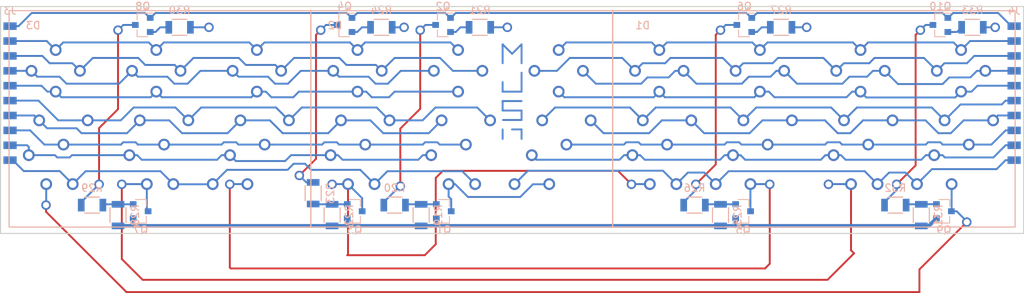
<source format=kicad_pcb>
(kicad_pcb (version 4) (host pcbnew 4.0.6)

  (general
    (links 135)
    (no_connects 0)
    (area 25.324999 25.324999 162.635001 55.955001)
    (thickness 1.6)
    (drawings 4)
    (tracks 639)
    (zones 0)
    (modules 30)
    (nets 46)
  )

  (page A4)
  (layers
    (0 F.Cu signal)
    (31 B.Cu signal)
    (32 B.Adhes user hide)
    (33 F.Adhes user hide)
    (34 B.Paste user)
    (35 F.Paste user)
    (36 B.SilkS user)
    (37 F.SilkS user)
    (38 B.Mask user hide)
    (39 F.Mask user hide)
    (40 Dwgs.User user hide)
    (41 Cmts.User user hide)
    (42 Eco1.User user hide)
    (43 Eco2.User user hide)
    (44 Edge.Cuts user)
    (45 Margin user hide)
    (46 B.CrtYd user hide)
    (47 F.CrtYd user hide)
    (48 B.Fab user hide)
    (49 F.Fab user hide)
  )

  (setup
    (last_trace_width 0.254)
    (trace_clearance 0.8128)
    (zone_clearance 0.508)
    (zone_45_only no)
    (trace_min 0.2)
    (segment_width 0.2)
    (edge_width 0.15)
    (via_size 1.27)
    (via_drill 0.8128)
    (via_min_size 0.4)
    (via_min_drill 0.3)
    (uvia_size 0.762)
    (uvia_drill 0.508)
    (uvias_allowed no)
    (uvia_min_size 0.2)
    (uvia_min_drill 0.1)
    (pcb_text_width 0.3)
    (pcb_text_size 1.5 1.5)
    (mod_edge_width 0.15)
    (mod_text_size 1 1)
    (mod_text_width 0.15)
    (pad_size 1.5748 1.5748)
    (pad_drill 1.016)
    (pad_to_mask_clearance 0.2)
    (aux_axis_origin 0 0)
    (visible_elements FFFEDFFF)
    (pcbplotparams
      (layerselection 0x01000_80000000)
      (usegerberextensions false)
      (excludeedgelayer true)
      (linewidth 0.100000)
      (plotframeref false)
      (viasonmask false)
      (mode 1)
      (useauxorigin false)
      (hpglpennumber 1)
      (hpglpenspeed 20)
      (hpglpendiameter 15)
      (hpglpenoverlay 2)
      (psnegative false)
      (psa4output false)
      (plotreference false)
      (plotvalue false)
      (plotinvisibletext false)
      (padsonsilk false)
      (subtractmaskfromsilk false)
      (outputformat 1)
      (mirror false)
      (drillshape 0)
      (scaleselection 1)
      (outputdirectory gerbles/))
  )

  (net 0 "")
  (net 1 /K0G)
  (net 2 /K1G)
  (net 3 /K0A)
  (net 4 /K1A)
  (net 5 /K0B)
  (net 6 /K1B)
  (net 7 /K1F)
  (net 8 /K0F)
  (net 9 /K0C)
  (net 10 /K0E)
  (net 11 /K1C)
  (net 12 /K1E)
  (net 13 /K0D)
  (net 14 /K1D)
  (net 15 /K0P)
  (net 16 /K1P)
  (net 17 /AN4)
  (net 18 /AN3)
  (net 19 /AN2)
  (net 20 /AN1)
  (net 21 /AN0)
  (net 22 /KA0)
  (net 23 /KA1)
  (net 24 /ANSEL0)
  (net 25 /ANSEL1)
  (net 26 /ANSEL2)
  (net 27 /ANSEL3)
  (net 28 /ANSEL4)
  (net 29 GND)
  (net 30 +170V)
  (net 31 "Net-(Q1-Pad1)")
  (net 32 "Net-(Q2-Pad1)")
  (net 33 "Net-(Q2-Pad3)")
  (net 34 "Net-(Q3-Pad1)")
  (net 35 "Net-(Q4-Pad1)")
  (net 36 "Net-(Q4-Pad3)")
  (net 37 "Net-(Q5-Pad1)")
  (net 38 "Net-(Q6-Pad1)")
  (net 39 "Net-(Q6-Pad3)")
  (net 40 "Net-(Q7-Pad1)")
  (net 41 "Net-(Q8-Pad1)")
  (net 42 "Net-(Q8-Pad3)")
  (net 43 "Net-(Q9-Pad1)")
  (net 44 "Net-(Q10-Pad1)")
  (net 45 "Net-(Q10-Pad3)")

  (net_class Default "This is the default net class."
    (clearance 0.8128)
    (trace_width 0.254)
    (via_dia 1.27)
    (via_drill 0.8128)
    (uvia_dia 0.762)
    (uvia_drill 0.508)
    (add_net /AN0)
    (add_net /AN1)
    (add_net /AN2)
    (add_net /AN3)
    (add_net /AN4)
    (add_net /ANSEL0)
    (add_net /ANSEL1)
    (add_net /ANSEL2)
    (add_net /ANSEL3)
    (add_net /ANSEL4)
    (add_net /K0A)
    (add_net /K0B)
    (add_net /K0C)
    (add_net /K0D)
    (add_net /K0E)
    (add_net /K0F)
    (add_net /K0G)
    (add_net /K0P)
    (add_net /K1A)
    (add_net /K1B)
    (add_net /K1C)
    (add_net /K1D)
    (add_net /K1E)
    (add_net /K1F)
    (add_net /K1G)
    (add_net /K1P)
    (add_net /KA0)
    (add_net /KA1)
    (add_net GND)
    (add_net "Net-(Q1-Pad1)")
    (add_net "Net-(Q10-Pad1)")
    (add_net "Net-(Q10-Pad3)")
    (add_net "Net-(Q2-Pad1)")
    (add_net "Net-(Q2-Pad3)")
    (add_net "Net-(Q3-Pad1)")
    (add_net "Net-(Q4-Pad1)")
    (add_net "Net-(Q4-Pad3)")
    (add_net "Net-(Q5-Pad1)")
    (add_net "Net-(Q6-Pad1)")
    (add_net "Net-(Q6-Pad3)")
    (add_net "Net-(Q7-Pad1)")
    (add_net "Net-(Q8-Pad1)")
    (add_net "Net-(Q8-Pad3)")
    (add_net "Net-(Q9-Pad1)")
  )

  (net_class Power ""
    (clearance 0.8128)
    (trace_width 0.508)
    (via_dia 1.27)
    (via_drill 0.8128)
    (uvia_dia 0.762)
    (uvia_drill 0.508)
    (add_net +170V)
  )

  (module panaplex:Panaplex_SP-353_PinSockets (layer B.Cu) (tedit 59EA60B9) (tstamp 59EA71F8)
    (at 86.741 36.83 180)
    (path /59E5133F)
    (fp_text reference D2 (at 16.51 8.89 180) (layer B.SilkS)
      (effects (font (size 1 1) (thickness 0.15)) (justify mirror))
    )
    (fp_text value SP-353 (at -8.89 8.89 180) (layer B.Fab)
      (effects (font (size 1 1) (thickness 0.15)) (justify mirror))
    )
    (fp_line (start -20.7264 10.8712) (end -20.7264 -18.1864) (layer B.SilkS) (width 0.15))
    (fp_line (start 19.7358 10.8712) (end 19.7358 -18.1864) (layer B.SilkS) (width 0.15))
    (fp_line (start -20.7264 -18.1864) (end 19.7358 -18.1864) (layer B.SilkS) (width 0.15))
    (fp_line (start -20.7264 10.8712) (end 19.7358 10.8712) (layer B.SilkS) (width 0.15))
    (pad B7 thru_hole circle (at 0 0 180) (size 1.5748 1.5748) (drill 1.016) (layers *.Cu *.Mask)
      (net 1 /K0G))
    (pad C7 thru_hole circle (at -13.4874 0 180) (size 1.5748 1.5748) (drill 1.016) (layers *.Cu *.Mask)
      (net 2 /K1G))
    (pad A7 thru_hole circle (at 13.4874 0 180) (size 1.5748 1.5748) (drill 1.016) (layers *.Cu *.Mask)
      (net 1 /K0G))
    (pad B1 thru_hole circle (at 0 5.588 180) (size 1.5748 1.5748) (drill 1.016) (layers *.Cu *.Mask)
      (net 3 /K0A))
    (pad A1 thru_hole circle (at 13.4874 5.588 180) (size 1.5748 1.5748) (drill 1.016) (layers *.Cu *.Mask)
      (net 3 /K0A))
    (pad C1 thru_hole circle (at -13.4874 5.588 180) (size 1.5748 1.5748) (drill 1.016) (layers *.Cu *.Mask)
      (net 4 /K1A))
    (pad B2 thru_hole circle (at 3.2512 2.794 180) (size 1.5748 1.5748) (drill 1.016) (layers *.Cu *.Mask)
      (net 5 /K0B))
    (pad A2 thru_hole circle (at 16.7386 2.794 180) (size 1.5748 1.5748) (drill 1.016) (layers *.Cu *.Mask)
      (net 5 /K0B))
    (pad C2 thru_hole circle (at -10.2362 2.794 180) (size 1.5748 1.5748) (drill 1.016) (layers *.Cu *.Mask)
      (net 6 /K1B))
    (pad C6 thru_hole circle (at -16.7386 2.794 180) (size 1.5748 1.5748) (drill 1.016) (layers *.Cu *.Mask)
      (net 7 /K1F))
    (pad B6 thru_hole circle (at -3.2512 2.794 180) (size 1.5748 1.5748) (drill 1.016) (layers *.Cu *.Mask)
      (net 8 /K0F))
    (pad A6 thru_hole circle (at 10.2362 2.794 180) (size 1.5748 1.5748) (drill 1.016) (layers *.Cu *.Mask)
      (net 8 /K0F))
    (pad B3 thru_hole circle (at 2.2098 -3.8608 180) (size 1.5748 1.5748) (drill 1.016) (layers *.Cu *.Mask)
      (net 9 /K0C))
    (pad B5 thru_hole circle (at -4.2926 -3.8608 180) (size 1.5748 1.5748) (drill 1.016) (layers *.Cu *.Mask)
      (net 10 /K0E))
    (pad C3 thru_hole circle (at -11.2776 -3.8608 180) (size 1.5748 1.5748) (drill 1.016) (layers *.Cu *.Mask)
      (net 11 /K1C))
    (pad C5 thru_hole circle (at -17.78 -3.8608 180) (size 1.5748 1.5748) (drill 1.016) (layers *.Cu *.Mask)
      (net 12 /K1E))
    (pad A5 thru_hole circle (at 9.1948 -3.8608 180) (size 1.5748 1.5748) (drill 1.016) (layers *.Cu *.Mask)
      (net 10 /K0E))
    (pad A3 thru_hole circle (at 15.6972 -3.8608 180) (size 1.5748 1.5748) (drill 1.016) (layers *.Cu *.Mask)
      (net 9 /K0C))
    (pad B4 thru_hole circle (at -1.0414 -7.112 180) (size 1.5748 1.5748) (drill 1.016) (layers *.Cu *.Mask)
      (net 13 /K0D))
    (pad C4 thru_hole circle (at -14.5288 -7.112 180) (size 1.5748 1.5748) (drill 1.016) (layers *.Cu *.Mask)
      (net 14 /K1D))
    (pad A4 thru_hole circle (at 12.446 -7.112 180) (size 1.5748 1.5748) (drill 1.016) (layers *.Cu *.Mask)
      (net 13 /K0D))
    (pad B8 thru_hole circle (at 3.6068 -8.5344 180) (size 1.5748 1.5748) (drill 1.016) (layers *.Cu *.Mask)
      (net 15 /K0P))
    (pad A8 thru_hole circle (at 17.0942 -8.5344 180) (size 1.5748 1.5748) (drill 1.016) (layers *.Cu *.Mask)
      (net 15 /K0P))
    (pad C8 thru_hole circle (at -9.8806 -8.5344 180) (size 1.5748 1.5748) (drill 1.016) (layers *.Cu *.Mask)
      (net 16 /K1P))
    (pad B9 thru_hole circle (at 1.27 -12.4206 180) (size 1.5748 1.5748) (drill 1.016) (layers *.Cu *.Mask)
      (net 21 /AN0))
    (pad B10 thru_hole circle (at -2.286 -12.4206 180) (size 1.5748 1.5748) (drill 1.016) (layers *.Cu *.Mask)
      (net 22 /KA0))
    (pad C9 thru_hole circle (at -12.2174 -12.4206 180) (size 1.5748 1.5748) (drill 1.016) (layers *.Cu *.Mask)
      (net 21 /AN0))
    (pad C10 thru_hole circle (at -7.5692 -12.4206 180) (size 1.5748 1.5748) (drill 1.016) (layers *.Cu *.Mask)
      (net 23 /KA1))
    (pad A9 thru_hole circle (at 14.7574 -12.4206 180) (size 1.5748 1.5748) (drill 1.016) (layers *.Cu *.Mask)
      (net 20 /AN1))
    (pad A10 thru_hole circle (at 11.2014 -12.4206 180) (size 1.5748 1.5748) (drill 1.016) (layers *.Cu *.Mask)
      (net 22 /KA0))
    (pad "" np_thru_hole circle (at -16.51 -13.8684 180) (size 4.572 4.572) (drill 4.572) (layers *.Cu *.Mask))
  )

  (module panaplex:Panaplex_SP-353_PinSockets (layer B.Cu) (tedit 59EA60B9) (tstamp 59EA721F)
    (at 46.2788 36.83 180)
    (path /59E510A3)
    (fp_text reference D3 (at 16.51 8.89 180) (layer B.SilkS)
      (effects (font (size 1 1) (thickness 0.15)) (justify mirror))
    )
    (fp_text value SP-353 (at -8.89 8.89 180) (layer B.Fab)
      (effects (font (size 1 1) (thickness 0.15)) (justify mirror))
    )
    (fp_line (start -20.7264 10.8712) (end -20.7264 -18.1864) (layer B.SilkS) (width 0.15))
    (fp_line (start 19.7358 10.8712) (end 19.7358 -18.1864) (layer B.SilkS) (width 0.15))
    (fp_line (start -20.7264 -18.1864) (end 19.7358 -18.1864) (layer B.SilkS) (width 0.15))
    (fp_line (start -20.7264 10.8712) (end 19.7358 10.8712) (layer B.SilkS) (width 0.15))
    (pad B7 thru_hole circle (at 0 0 180) (size 1.5748 1.5748) (drill 1.016) (layers *.Cu *.Mask)
      (net 1 /K0G))
    (pad C7 thru_hole circle (at -13.4874 0 180) (size 1.5748 1.5748) (drill 1.016) (layers *.Cu *.Mask)
      (net 1 /K0G))
    (pad A7 thru_hole circle (at 13.4874 0 180) (size 1.5748 1.5748) (drill 1.016) (layers *.Cu *.Mask)
      (net 1 /K0G))
    (pad B1 thru_hole circle (at 0 5.588 180) (size 1.5748 1.5748) (drill 1.016) (layers *.Cu *.Mask)
      (net 3 /K0A))
    (pad A1 thru_hole circle (at 13.4874 5.588 180) (size 1.5748 1.5748) (drill 1.016) (layers *.Cu *.Mask)
      (net 3 /K0A))
    (pad C1 thru_hole circle (at -13.4874 5.588 180) (size 1.5748 1.5748) (drill 1.016) (layers *.Cu *.Mask)
      (net 3 /K0A))
    (pad B2 thru_hole circle (at 3.2512 2.794 180) (size 1.5748 1.5748) (drill 1.016) (layers *.Cu *.Mask)
      (net 5 /K0B))
    (pad A2 thru_hole circle (at 16.7386 2.794 180) (size 1.5748 1.5748) (drill 1.016) (layers *.Cu *.Mask)
      (net 5 /K0B))
    (pad C2 thru_hole circle (at -10.2362 2.794 180) (size 1.5748 1.5748) (drill 1.016) (layers *.Cu *.Mask)
      (net 5 /K0B))
    (pad C6 thru_hole circle (at -16.7386 2.794 180) (size 1.5748 1.5748) (drill 1.016) (layers *.Cu *.Mask)
      (net 8 /K0F))
    (pad B6 thru_hole circle (at -3.2512 2.794 180) (size 1.5748 1.5748) (drill 1.016) (layers *.Cu *.Mask)
      (net 8 /K0F))
    (pad A6 thru_hole circle (at 10.2362 2.794 180) (size 1.5748 1.5748) (drill 1.016) (layers *.Cu *.Mask)
      (net 8 /K0F))
    (pad B3 thru_hole circle (at 2.2098 -3.8608 180) (size 1.5748 1.5748) (drill 1.016) (layers *.Cu *.Mask)
      (net 9 /K0C))
    (pad B5 thru_hole circle (at -4.2926 -3.8608 180) (size 1.5748 1.5748) (drill 1.016) (layers *.Cu *.Mask)
      (net 10 /K0E))
    (pad C3 thru_hole circle (at -11.2776 -3.8608 180) (size 1.5748 1.5748) (drill 1.016) (layers *.Cu *.Mask)
      (net 9 /K0C))
    (pad C5 thru_hole circle (at -17.78 -3.8608 180) (size 1.5748 1.5748) (drill 1.016) (layers *.Cu *.Mask)
      (net 10 /K0E))
    (pad A5 thru_hole circle (at 9.1948 -3.8608 180) (size 1.5748 1.5748) (drill 1.016) (layers *.Cu *.Mask)
      (net 10 /K0E))
    (pad A3 thru_hole circle (at 15.6972 -3.8608 180) (size 1.5748 1.5748) (drill 1.016) (layers *.Cu *.Mask)
      (net 9 /K0C))
    (pad B4 thru_hole circle (at -1.0414 -7.112 180) (size 1.5748 1.5748) (drill 1.016) (layers *.Cu *.Mask)
      (net 13 /K0D))
    (pad C4 thru_hole circle (at -14.5288 -7.112 180) (size 1.5748 1.5748) (drill 1.016) (layers *.Cu *.Mask)
      (net 13 /K0D))
    (pad A4 thru_hole circle (at 12.446 -7.112 180) (size 1.5748 1.5748) (drill 1.016) (layers *.Cu *.Mask)
      (net 13 /K0D))
    (pad B8 thru_hole circle (at 3.6068 -8.5344 180) (size 1.5748 1.5748) (drill 1.016) (layers *.Cu *.Mask)
      (net 15 /K0P))
    (pad A8 thru_hole circle (at 17.0942 -8.5344 180) (size 1.5748 1.5748) (drill 1.016) (layers *.Cu *.Mask)
      (net 15 /K0P))
    (pad C8 thru_hole circle (at -9.8806 -8.5344 180) (size 1.5748 1.5748) (drill 1.016) (layers *.Cu *.Mask)
      (net 15 /K0P))
    (pad B9 thru_hole circle (at 1.27 -12.4206 180) (size 1.5748 1.5748) (drill 1.016) (layers *.Cu *.Mask)
      (net 18 /AN3))
    (pad B10 thru_hole circle (at -2.286 -12.4206 180) (size 1.5748 1.5748) (drill 1.016) (layers *.Cu *.Mask)
      (net 22 /KA0))
    (pad C9 thru_hole circle (at -12.2174 -12.4206 180) (size 1.5748 1.5748) (drill 1.016) (layers *.Cu *.Mask)
      (net 19 /AN2))
    (pad C10 thru_hole circle (at -7.5692 -12.4206 180) (size 1.5748 1.5748) (drill 1.016) (layers *.Cu *.Mask)
      (net 22 /KA0))
    (pad A9 thru_hole circle (at 14.7574 -12.4206 180) (size 1.5748 1.5748) (drill 1.016) (layers *.Cu *.Mask)
      (net 17 /AN4))
    (pad A10 thru_hole circle (at 11.2014 -12.4206 180) (size 1.5748 1.5748) (drill 1.016) (layers *.Cu *.Mask)
      (net 22 /KA0))
    (pad "" np_thru_hole circle (at -16.51 -13.8684 180) (size 4.572 4.572) (drill 4.572) (layers *.Cu *.Mask))
  )

  (module Resistors_SMD:R_1206 (layer B.Cu) (tedit 58307BE8) (tstamp 59E7D02B)
    (at 145.362 52.07 180)
    (descr "Resistor SMD 1206, reflow soldering, Vishay (see dcrcw.pdf)")
    (tags "resistor 1206")
    (path /59E6A939)
    (attr smd)
    (fp_text reference R32 (at 0 2.3 180) (layer B.SilkS)
      (effects (font (size 1 1) (thickness 0.15)) (justify mirror))
    )
    (fp_text value 470k (at 0 -2.3 180) (layer B.Fab)
      (effects (font (size 1 1) (thickness 0.15)) (justify mirror))
    )
    (fp_line (start -1.6 -0.8) (end -1.6 0.8) (layer B.Fab) (width 0.1))
    (fp_line (start 1.6 -0.8) (end -1.6 -0.8) (layer B.Fab) (width 0.1))
    (fp_line (start 1.6 0.8) (end 1.6 -0.8) (layer B.Fab) (width 0.1))
    (fp_line (start -1.6 0.8) (end 1.6 0.8) (layer B.Fab) (width 0.1))
    (fp_line (start -2.2 1.2) (end 2.2 1.2) (layer B.CrtYd) (width 0.05))
    (fp_line (start -2.2 -1.2) (end 2.2 -1.2) (layer B.CrtYd) (width 0.05))
    (fp_line (start -2.2 1.2) (end -2.2 -1.2) (layer B.CrtYd) (width 0.05))
    (fp_line (start 2.2 1.2) (end 2.2 -1.2) (layer B.CrtYd) (width 0.05))
    (fp_line (start 1 -1.075) (end -1 -1.075) (layer B.SilkS) (width 0.15))
    (fp_line (start -1 1.075) (end 1 1.075) (layer B.SilkS) (width 0.15))
    (pad 1 smd rect (at -1.45 0 180) (size 0.9 1.7) (layers B.Cu B.Paste B.Mask)
      (net 43 "Net-(Q9-Pad1)"))
    (pad 2 smd rect (at 1.45 0 180) (size 0.9 1.7) (layers B.Cu B.Paste B.Mask)
      (net 45 "Net-(Q10-Pad3)"))
    (model Resistors_SMD.3dshapes/R_1206.wrl
      (at (xyz 0 0 0))
      (scale (xyz 1 1 1))
      (rotate (xyz 0 0 0))
    )
  )

  (module panaplex:Panaplex_SP-355_PinSockets (layer B.Cu) (tedit 59EA60E8) (tstamp 59EA71D1)
    (at 140.6906 36.83 180)
    (path /59E51448)
    (fp_text reference D1 (at 29.21 8.89 180) (layer B.SilkS)
      (effects (font (size 1 1) (thickness 0.15)) (justify mirror))
    )
    (fp_text value SP-355 (at -8.89 8.89 180) (layer B.Fab)
      (effects (font (size 1 1) (thickness 0.15)) (justify mirror))
    )
    (fp_line (start -20.7264 10.8712) (end -20.7264 -18.1864) (layer B.SilkS) (width 0.15))
    (fp_line (start 33.2232 10.8712) (end 33.2232 -18.1864) (layer B.SilkS) (width 0.15))
    (fp_line (start -20.7264 -18.1864) (end 33.2232 -18.1864) (layer B.SilkS) (width 0.15))
    (fp_line (start -20.7264 10.8712) (end 33.2232 10.8712) (layer B.SilkS) (width 0.15))
    (pad C7 thru_hole circle (at 0 0 180) (size 1.5748 1.5748) (drill 1.016) (layers *.Cu *.Mask)
      (net 2 /K1G))
    (pad D7 thru_hole circle (at -13.4874 0 180) (size 1.5748 1.5748) (drill 1.016) (layers *.Cu *.Mask)
      (net 2 /K1G))
    (pad C1 thru_hole circle (at 0 5.588 180) (size 1.5748 1.5748) (drill 1.016) (layers *.Cu *.Mask)
      (net 4 /K1A))
    (pad D1 thru_hole circle (at -13.4874 5.588 180) (size 1.5748 1.5748) (drill 1.016) (layers *.Cu *.Mask)
      (net 4 /K1A))
    (pad C2 thru_hole circle (at 3.2512 2.794 180) (size 1.5748 1.5748) (drill 1.016) (layers *.Cu *.Mask)
      (net 6 /K1B))
    (pad D2 thru_hole circle (at -10.2362 2.794 180) (size 1.5748 1.5748) (drill 1.016) (layers *.Cu *.Mask)
      (net 6 /K1B))
    (pad D6 thru_hole circle (at -16.7386 2.794 180) (size 1.5748 1.5748) (drill 1.016) (layers *.Cu *.Mask)
      (net 7 /K1F))
    (pad C6 thru_hole circle (at -3.2512 2.794 180) (size 1.5748 1.5748) (drill 1.016) (layers *.Cu *.Mask)
      (net 7 /K1F))
    (pad C3 thru_hole circle (at 2.2098 -3.8608 180) (size 1.5748 1.5748) (drill 1.016) (layers *.Cu *.Mask)
      (net 11 /K1C))
    (pad C5 thru_hole circle (at -4.2926 -3.8608 180) (size 1.5748 1.5748) (drill 1.016) (layers *.Cu *.Mask)
      (net 12 /K1E))
    (pad D3 thru_hole circle (at -11.2776 -3.8608 180) (size 1.5748 1.5748) (drill 1.016) (layers *.Cu *.Mask)
      (net 11 /K1C))
    (pad D5 thru_hole circle (at -17.78 -3.8608 180) (size 1.5748 1.5748) (drill 1.016) (layers *.Cu *.Mask)
      (net 12 /K1E))
    (pad C4 thru_hole circle (at -1.0414 -7.112 180) (size 1.5748 1.5748) (drill 1.016) (layers *.Cu *.Mask)
      (net 14 /K1D))
    (pad D4 thru_hole circle (at -14.5288 -7.112 180) (size 1.5748 1.5748) (drill 1.016) (layers *.Cu *.Mask)
      (net 14 /K1D))
    (pad C8 thru_hole circle (at 3.6068 -8.5344 180) (size 1.5748 1.5748) (drill 1.016) (layers *.Cu *.Mask)
      (net 16 /K1P))
    (pad D8 thru_hole circle (at -9.8806 -8.5344 180) (size 1.5748 1.5748) (drill 1.016) (layers *.Cu *.Mask)
      (net 16 /K1P))
    (pad C9 thru_hole circle (at 1.27 -12.4206 180) (size 1.5748 1.5748) (drill 1.016) (layers *.Cu *.Mask)
      (net 18 /AN3))
    (pad C10 thru_hole circle (at -2.286 -12.4206 180) (size 1.5748 1.5748) (drill 1.016) (layers *.Cu *.Mask)
      (net 23 /KA1))
    (pad D9 thru_hole circle (at -12.2174 -12.4206 180) (size 1.5748 1.5748) (drill 1.016) (layers *.Cu *.Mask)
      (net 17 /AN4))
    (pad D10 thru_hole circle (at -7.5692 -12.4206 180) (size 1.5748 1.5748) (drill 1.016) (layers *.Cu *.Mask)
      (net 23 /KA1))
    (pad "" np_thru_hole circle (at -16.51 -13.8684 180) (size 4.572 4.572) (drill 4.572) (layers *.Cu *.Mask))
    (pad A9 thru_hole circle (at 28.2448 -12.4206 180) (size 1.5748 1.5748) (drill 1.016) (layers *.Cu *.Mask)
      (net 20 /AN1))
    (pad A7 thru_hole circle (at 26.9748 0 180) (size 1.5748 1.5748) (drill 1.016) (layers *.Cu *.Mask)
      (net 2 /K1G))
    (pad A8 thru_hole circle (at 30.5816 -8.5344 180) (size 1.5748 1.5748) (drill 1.016) (layers *.Cu *.Mask)
      (net 16 /K1P))
    (pad A6 thru_hole circle (at 23.7236 2.794 180) (size 1.5748 1.5748) (drill 1.016) (layers *.Cu *.Mask)
      (net 7 /K1F))
    (pad A5 thru_hole circle (at 22.6822 -3.8608 180) (size 1.5748 1.5748) (drill 1.016) (layers *.Cu *.Mask)
      (net 12 /K1E))
    (pad A4 thru_hole circle (at 25.9334 -7.112 180) (size 1.5748 1.5748) (drill 1.016) (layers *.Cu *.Mask)
      (net 14 /K1D))
    (pad A10 thru_hole circle (at 24.6888 -12.4206 180) (size 1.5748 1.5748) (drill 1.016) (layers *.Cu *.Mask)
      (net 23 /KA1))
    (pad B10 thru_hole circle (at 19.4056 -12.4206 180) (size 1.5748 1.5748) (drill 1.016) (layers *.Cu *.Mask)
      (net 23 /KA1))
    (pad B9 thru_hole circle (at 14.7574 -12.4206 180) (size 1.5748 1.5748) (drill 1.016) (layers *.Cu *.Mask)
      (net 19 /AN2))
    (pad B4 thru_hole circle (at 12.446 -7.112 180) (size 1.5748 1.5748) (drill 1.016) (layers *.Cu *.Mask)
      (net 14 /K1D))
    (pad B8 thru_hole circle (at 17.0942 -8.5344 180) (size 1.5748 1.5748) (drill 1.016) (layers *.Cu *.Mask)
      (net 16 /K1P))
    (pad B3 thru_hole circle (at 15.6972 -3.8608 180) (size 1.5748 1.5748) (drill 1.016) (layers *.Cu *.Mask)
      (net 11 /K1C))
    (pad B7 thru_hole circle (at 13.4874 0 180) (size 1.5748 1.5748) (drill 1.016) (layers *.Cu *.Mask)
      (net 2 /K1G))
    (pad B1 thru_hole circle (at 13.4874 5.588 180) (size 1.5748 1.5748) (drill 1.016) (layers *.Cu *.Mask)
      (net 4 /K1A))
    (pad B2 thru_hole circle (at 16.7386 2.794 180) (size 1.5748 1.5748) (drill 1.016) (layers *.Cu *.Mask)
      (net 6 /K1B))
    (pad B6 thru_hole circle (at 10.2362 2.794 180) (size 1.5748 1.5748) (drill 1.016) (layers *.Cu *.Mask)
      (net 7 /K1F))
    (pad B5 thru_hole circle (at 9.1948 -3.8608 180) (size 1.5748 1.5748) (drill 1.016) (layers *.Cu *.Mask)
      (net 12 /K1E))
    (pad A2 thru_hole circle (at 30.226 2.794 180) (size 1.5748 1.5748) (drill 1.016) (layers *.Cu *.Mask)
      (net 6 /K1B))
    (pad A1 thru_hole circle (at 26.9748 5.588 180) (size 1.5748 1.5748) (drill 1.016) (layers *.Cu *.Mask)
      (net 4 /K1A))
    (pad A3 thru_hole circle (at 29.1846 -3.8608 180) (size 1.5748 1.5748) (drill 1.016) (layers *.Cu *.Mask)
      (net 11 /K1C))
  )

  (module Resistors_SMD:R_1206 (layer B.Cu) (tedit 58307BE8) (tstamp 59EA8BB9)
    (at 49.403 28.194 180)
    (descr "Resistor SMD 1206, reflow soldering, Vishay (see dcrcw.pdf)")
    (tags "resistor 1206")
    (path /59E6A322)
    (attr smd)
    (fp_text reference R30 (at 0 2.3 180) (layer B.SilkS)
      (effects (font (size 1 1) (thickness 0.15)) (justify mirror))
    )
    (fp_text value 33k (at 0 -2.3 180) (layer B.Fab)
      (effects (font (size 1 1) (thickness 0.15)) (justify mirror))
    )
    (fp_line (start -1.6 -0.8) (end -1.6 0.8) (layer B.Fab) (width 0.1))
    (fp_line (start 1.6 -0.8) (end -1.6 -0.8) (layer B.Fab) (width 0.1))
    (fp_line (start 1.6 0.8) (end 1.6 -0.8) (layer B.Fab) (width 0.1))
    (fp_line (start -1.6 0.8) (end 1.6 0.8) (layer B.Fab) (width 0.1))
    (fp_line (start -2.2 1.2) (end 2.2 1.2) (layer B.CrtYd) (width 0.05))
    (fp_line (start -2.2 -1.2) (end 2.2 -1.2) (layer B.CrtYd) (width 0.05))
    (fp_line (start -2.2 1.2) (end -2.2 -1.2) (layer B.CrtYd) (width 0.05))
    (fp_line (start 2.2 1.2) (end 2.2 -1.2) (layer B.CrtYd) (width 0.05))
    (fp_line (start 1 -1.075) (end -1 -1.075) (layer B.SilkS) (width 0.15))
    (fp_line (start -1 1.075) (end 1 1.075) (layer B.SilkS) (width 0.15))
    (pad 1 smd rect (at -1.45 0 180) (size 0.9 1.7) (layers B.Cu B.Paste B.Mask)
      (net 27 /ANSEL3))
    (pad 2 smd rect (at 1.45 0 180) (size 0.9 1.7) (layers B.Cu B.Paste B.Mask)
      (net 41 "Net-(Q8-Pad1)"))
    (model Resistors_SMD.3dshapes/R_1206.wrl
      (at (xyz 0 0 0))
      (scale (xyz 1 1 1))
      (rotate (xyz 0 0 0))
    )
  )

  (module Resistors_SMD:R_1206 (layer B.Cu) (tedit 58307BE8) (tstamp 59E7CFDB)
    (at 130.048 28.194 180)
    (descr "Resistor SMD 1206, reflow soldering, Vishay (see dcrcw.pdf)")
    (tags "resistor 1206")
    (path /59E69CF9)
    (attr smd)
    (fp_text reference R27 (at 0 2.3 180) (layer B.SilkS)
      (effects (font (size 1 1) (thickness 0.15)) (justify mirror))
    )
    (fp_text value 33k (at 0 -2.3 180) (layer B.Fab)
      (effects (font (size 1 1) (thickness 0.15)) (justify mirror))
    )
    (fp_line (start -1.6 -0.8) (end -1.6 0.8) (layer B.Fab) (width 0.1))
    (fp_line (start 1.6 -0.8) (end -1.6 -0.8) (layer B.Fab) (width 0.1))
    (fp_line (start 1.6 0.8) (end 1.6 -0.8) (layer B.Fab) (width 0.1))
    (fp_line (start -1.6 0.8) (end 1.6 0.8) (layer B.Fab) (width 0.1))
    (fp_line (start -2.2 1.2) (end 2.2 1.2) (layer B.CrtYd) (width 0.05))
    (fp_line (start -2.2 -1.2) (end 2.2 -1.2) (layer B.CrtYd) (width 0.05))
    (fp_line (start -2.2 1.2) (end -2.2 -1.2) (layer B.CrtYd) (width 0.05))
    (fp_line (start 2.2 1.2) (end 2.2 -1.2) (layer B.CrtYd) (width 0.05))
    (fp_line (start 1 -1.075) (end -1 -1.075) (layer B.SilkS) (width 0.15))
    (fp_line (start -1 1.075) (end 1 1.075) (layer B.SilkS) (width 0.15))
    (pad 1 smd rect (at -1.45 0 180) (size 0.9 1.7) (layers B.Cu B.Paste B.Mask)
      (net 26 /ANSEL2))
    (pad 2 smd rect (at 1.45 0 180) (size 0.9 1.7) (layers B.Cu B.Paste B.Mask)
      (net 38 "Net-(Q6-Pad1)"))
    (model Resistors_SMD.3dshapes/R_1206.wrl
      (at (xyz 0 0 0))
      (scale (xyz 1 1 1))
      (rotate (xyz 0 0 0))
    )
  )

  (module Resistors_SMD:R_1206 (layer B.Cu) (tedit 58307BE8) (tstamp 59E7CF5B)
    (at 81.788 53.414 90)
    (descr "Resistor SMD 1206, reflow soldering, Vishay (see dcrcw.pdf)")
    (tags "resistor 1206")
    (path /59E65CCF)
    (attr smd)
    (fp_text reference R19 (at 0 2.3 90) (layer B.SilkS)
      (effects (font (size 1 1) (thickness 0.15)) (justify mirror))
    )
    (fp_text value 100k (at 0 -2.3 90) (layer B.Fab)
      (effects (font (size 1 1) (thickness 0.15)) (justify mirror))
    )
    (fp_line (start -1.6 -0.8) (end -1.6 0.8) (layer B.Fab) (width 0.1))
    (fp_line (start 1.6 -0.8) (end -1.6 -0.8) (layer B.Fab) (width 0.1))
    (fp_line (start 1.6 0.8) (end 1.6 -0.8) (layer B.Fab) (width 0.1))
    (fp_line (start -1.6 0.8) (end 1.6 0.8) (layer B.Fab) (width 0.1))
    (fp_line (start -2.2 1.2) (end 2.2 1.2) (layer B.CrtYd) (width 0.05))
    (fp_line (start -2.2 -1.2) (end 2.2 -1.2) (layer B.CrtYd) (width 0.05))
    (fp_line (start -2.2 1.2) (end -2.2 -1.2) (layer B.CrtYd) (width 0.05))
    (fp_line (start 2.2 1.2) (end 2.2 -1.2) (layer B.CrtYd) (width 0.05))
    (fp_line (start 1 -1.075) (end -1 -1.075) (layer B.SilkS) (width 0.15))
    (fp_line (start -1 1.075) (end 1 1.075) (layer B.SilkS) (width 0.15))
    (pad 1 smd rect (at -1.45 0 90) (size 0.9 1.7) (layers B.Cu B.Paste B.Mask)
      (net 30 +170V))
    (pad 2 smd rect (at 1.45 0 90) (size 0.9 1.7) (layers B.Cu B.Paste B.Mask)
      (net 31 "Net-(Q1-Pad1)"))
    (model Resistors_SMD.3dshapes/R_1206.wrl
      (at (xyz 0 0 0))
      (scale (xyz 1 1 1))
      (rotate (xyz 0 0 0))
    )
  )

  (module Resistors_SMD:R_1206 (layer B.Cu) (tedit 58307BE8) (tstamp 59E7CF6B)
    (at 78.232 52.07 180)
    (descr "Resistor SMD 1206, reflow soldering, Vishay (see dcrcw.pdf)")
    (tags "resistor 1206")
    (path /59E666BC)
    (attr smd)
    (fp_text reference R20 (at 0 2.3 180) (layer B.SilkS)
      (effects (font (size 1 1) (thickness 0.15)) (justify mirror))
    )
    (fp_text value 470k (at 0 -2.3 180) (layer B.Fab)
      (effects (font (size 1 1) (thickness 0.15)) (justify mirror))
    )
    (fp_line (start -1.6 -0.8) (end -1.6 0.8) (layer B.Fab) (width 0.1))
    (fp_line (start 1.6 -0.8) (end -1.6 -0.8) (layer B.Fab) (width 0.1))
    (fp_line (start 1.6 0.8) (end 1.6 -0.8) (layer B.Fab) (width 0.1))
    (fp_line (start -1.6 0.8) (end 1.6 0.8) (layer B.Fab) (width 0.1))
    (fp_line (start -2.2 1.2) (end 2.2 1.2) (layer B.CrtYd) (width 0.05))
    (fp_line (start -2.2 -1.2) (end 2.2 -1.2) (layer B.CrtYd) (width 0.05))
    (fp_line (start -2.2 1.2) (end -2.2 -1.2) (layer B.CrtYd) (width 0.05))
    (fp_line (start 2.2 1.2) (end 2.2 -1.2) (layer B.CrtYd) (width 0.05))
    (fp_line (start 1 -1.075) (end -1 -1.075) (layer B.SilkS) (width 0.15))
    (fp_line (start -1 1.075) (end 1 1.075) (layer B.SilkS) (width 0.15))
    (pad 1 smd rect (at -1.45 0 180) (size 0.9 1.7) (layers B.Cu B.Paste B.Mask)
      (net 31 "Net-(Q1-Pad1)"))
    (pad 2 smd rect (at 1.45 0 180) (size 0.9 1.7) (layers B.Cu B.Paste B.Mask)
      (net 33 "Net-(Q2-Pad3)"))
    (model Resistors_SMD.3dshapes/R_1206.wrl
      (at (xyz 0 0 0))
      (scale (xyz 1 1 1))
      (rotate (xyz 0 0 0))
    )
  )

  (module Resistors_SMD:R_1206 (layer B.Cu) (tedit 58307BE8) (tstamp 59E7CF7B)
    (at 89.662 28.194 180)
    (descr "Resistor SMD 1206, reflow soldering, Vishay (see dcrcw.pdf)")
    (tags "resistor 1206")
    (path /59E66DF8)
    (attr smd)
    (fp_text reference R21 (at 0 2.3 180) (layer B.SilkS)
      (effects (font (size 1 1) (thickness 0.15)) (justify mirror))
    )
    (fp_text value 33k (at 0 -2.3 180) (layer B.Fab)
      (effects (font (size 1 1) (thickness 0.15)) (justify mirror))
    )
    (fp_line (start -1.6 -0.8) (end -1.6 0.8) (layer B.Fab) (width 0.1))
    (fp_line (start 1.6 -0.8) (end -1.6 -0.8) (layer B.Fab) (width 0.1))
    (fp_line (start 1.6 0.8) (end 1.6 -0.8) (layer B.Fab) (width 0.1))
    (fp_line (start -1.6 0.8) (end 1.6 0.8) (layer B.Fab) (width 0.1))
    (fp_line (start -2.2 1.2) (end 2.2 1.2) (layer B.CrtYd) (width 0.05))
    (fp_line (start -2.2 -1.2) (end 2.2 -1.2) (layer B.CrtYd) (width 0.05))
    (fp_line (start -2.2 1.2) (end -2.2 -1.2) (layer B.CrtYd) (width 0.05))
    (fp_line (start 2.2 1.2) (end 2.2 -1.2) (layer B.CrtYd) (width 0.05))
    (fp_line (start 1 -1.075) (end -1 -1.075) (layer B.SilkS) (width 0.15))
    (fp_line (start -1 1.075) (end 1 1.075) (layer B.SilkS) (width 0.15))
    (pad 1 smd rect (at -1.45 0 180) (size 0.9 1.7) (layers B.Cu B.Paste B.Mask)
      (net 24 /ANSEL0))
    (pad 2 smd rect (at 1.45 0 180) (size 0.9 1.7) (layers B.Cu B.Paste B.Mask)
      (net 32 "Net-(Q2-Pad1)"))
    (model Resistors_SMD.3dshapes/R_1206.wrl
      (at (xyz 0 0 0))
      (scale (xyz 1 1 1))
      (rotate (xyz 0 0 0))
    )
  )

  (module Resistors_SMD:R_1206 (layer B.Cu) (tedit 58307BE8) (tstamp 59E7CF8B)
    (at 69.85 53.414 90)
    (descr "Resistor SMD 1206, reflow soldering, Vishay (see dcrcw.pdf)")
    (tags "resistor 1206")
    (path /59E69782)
    (attr smd)
    (fp_text reference R22 (at 0 2.3 90) (layer B.SilkS)
      (effects (font (size 1 1) (thickness 0.15)) (justify mirror))
    )
    (fp_text value 100k (at 0 -2.3 90) (layer B.Fab)
      (effects (font (size 1 1) (thickness 0.15)) (justify mirror))
    )
    (fp_line (start -1.6 -0.8) (end -1.6 0.8) (layer B.Fab) (width 0.1))
    (fp_line (start 1.6 -0.8) (end -1.6 -0.8) (layer B.Fab) (width 0.1))
    (fp_line (start 1.6 0.8) (end 1.6 -0.8) (layer B.Fab) (width 0.1))
    (fp_line (start -1.6 0.8) (end 1.6 0.8) (layer B.Fab) (width 0.1))
    (fp_line (start -2.2 1.2) (end 2.2 1.2) (layer B.CrtYd) (width 0.05))
    (fp_line (start -2.2 -1.2) (end 2.2 -1.2) (layer B.CrtYd) (width 0.05))
    (fp_line (start -2.2 1.2) (end -2.2 -1.2) (layer B.CrtYd) (width 0.05))
    (fp_line (start 2.2 1.2) (end 2.2 -1.2) (layer B.CrtYd) (width 0.05))
    (fp_line (start 1 -1.075) (end -1 -1.075) (layer B.SilkS) (width 0.15))
    (fp_line (start -1 1.075) (end 1 1.075) (layer B.SilkS) (width 0.15))
    (pad 1 smd rect (at -1.45 0 90) (size 0.9 1.7) (layers B.Cu B.Paste B.Mask)
      (net 30 +170V))
    (pad 2 smd rect (at 1.45 0 90) (size 0.9 1.7) (layers B.Cu B.Paste B.Mask)
      (net 34 "Net-(Q3-Pad1)"))
    (model Resistors_SMD.3dshapes/R_1206.wrl
      (at (xyz 0 0 0))
      (scale (xyz 1 1 1))
      (rotate (xyz 0 0 0))
    )
  )

  (module Resistors_SMD:R_1206 (layer B.Cu) (tedit 58307BE8) (tstamp 59E7CF9B)
    (at 67.31 50.472 90)
    (descr "Resistor SMD 1206, reflow soldering, Vishay (see dcrcw.pdf)")
    (tags "resistor 1206")
    (path /59E69791)
    (attr smd)
    (fp_text reference R23 (at 0 2.3 90) (layer B.SilkS)
      (effects (font (size 1 1) (thickness 0.15)) (justify mirror))
    )
    (fp_text value 470k (at 0 -2.3 90) (layer B.Fab)
      (effects (font (size 1 1) (thickness 0.15)) (justify mirror))
    )
    (fp_line (start -1.6 -0.8) (end -1.6 0.8) (layer B.Fab) (width 0.1))
    (fp_line (start 1.6 -0.8) (end -1.6 -0.8) (layer B.Fab) (width 0.1))
    (fp_line (start 1.6 0.8) (end 1.6 -0.8) (layer B.Fab) (width 0.1))
    (fp_line (start -1.6 0.8) (end 1.6 0.8) (layer B.Fab) (width 0.1))
    (fp_line (start -2.2 1.2) (end 2.2 1.2) (layer B.CrtYd) (width 0.05))
    (fp_line (start -2.2 -1.2) (end 2.2 -1.2) (layer B.CrtYd) (width 0.05))
    (fp_line (start -2.2 1.2) (end -2.2 -1.2) (layer B.CrtYd) (width 0.05))
    (fp_line (start 2.2 1.2) (end 2.2 -1.2) (layer B.CrtYd) (width 0.05))
    (fp_line (start 1 -1.075) (end -1 -1.075) (layer B.SilkS) (width 0.15))
    (fp_line (start -1 1.075) (end 1 1.075) (layer B.SilkS) (width 0.15))
    (pad 1 smd rect (at -1.45 0 90) (size 0.9 1.7) (layers B.Cu B.Paste B.Mask)
      (net 34 "Net-(Q3-Pad1)"))
    (pad 2 smd rect (at 1.45 0 90) (size 0.9 1.7) (layers B.Cu B.Paste B.Mask)
      (net 36 "Net-(Q4-Pad3)"))
    (model Resistors_SMD.3dshapes/R_1206.wrl
      (at (xyz 0 0 0))
      (scale (xyz 1 1 1))
      (rotate (xyz 0 0 0))
    )
  )

  (module Resistors_SMD:R_1206 (layer B.Cu) (tedit 58307BE8) (tstamp 59E7CFAB)
    (at 76.454 28.194 180)
    (descr "Resistor SMD 1206, reflow soldering, Vishay (see dcrcw.pdf)")
    (tags "resistor 1206")
    (path /59E697A5)
    (attr smd)
    (fp_text reference R24 (at 0 2.3 180) (layer B.SilkS)
      (effects (font (size 1 1) (thickness 0.15)) (justify mirror))
    )
    (fp_text value 33k (at 0 -2.3 180) (layer B.Fab)
      (effects (font (size 1 1) (thickness 0.15)) (justify mirror))
    )
    (fp_line (start -1.6 -0.8) (end -1.6 0.8) (layer B.Fab) (width 0.1))
    (fp_line (start 1.6 -0.8) (end -1.6 -0.8) (layer B.Fab) (width 0.1))
    (fp_line (start 1.6 0.8) (end 1.6 -0.8) (layer B.Fab) (width 0.1))
    (fp_line (start -1.6 0.8) (end 1.6 0.8) (layer B.Fab) (width 0.1))
    (fp_line (start -2.2 1.2) (end 2.2 1.2) (layer B.CrtYd) (width 0.05))
    (fp_line (start -2.2 -1.2) (end 2.2 -1.2) (layer B.CrtYd) (width 0.05))
    (fp_line (start -2.2 1.2) (end -2.2 -1.2) (layer B.CrtYd) (width 0.05))
    (fp_line (start 2.2 1.2) (end 2.2 -1.2) (layer B.CrtYd) (width 0.05))
    (fp_line (start 1 -1.075) (end -1 -1.075) (layer B.SilkS) (width 0.15))
    (fp_line (start -1 1.075) (end 1 1.075) (layer B.SilkS) (width 0.15))
    (pad 1 smd rect (at -1.45 0 180) (size 0.9 1.7) (layers B.Cu B.Paste B.Mask)
      (net 25 /ANSEL1))
    (pad 2 smd rect (at 1.45 0 180) (size 0.9 1.7) (layers B.Cu B.Paste B.Mask)
      (net 35 "Net-(Q4-Pad1)"))
    (model Resistors_SMD.3dshapes/R_1206.wrl
      (at (xyz 0 0 0))
      (scale (xyz 1 1 1))
      (rotate (xyz 0 0 0))
    )
  )

  (module Resistors_SMD:R_1206 (layer B.Cu) (tedit 58307BE8) (tstamp 59E7CFBB)
    (at 121.92 53.414 90)
    (descr "Resistor SMD 1206, reflow soldering, Vishay (see dcrcw.pdf)")
    (tags "resistor 1206")
    (path /59E69CD6)
    (attr smd)
    (fp_text reference R25 (at 0 2.3 90) (layer B.SilkS)
      (effects (font (size 1 1) (thickness 0.15)) (justify mirror))
    )
    (fp_text value 100k (at 0 -2.3 90) (layer B.Fab)
      (effects (font (size 1 1) (thickness 0.15)) (justify mirror))
    )
    (fp_line (start -1.6 -0.8) (end -1.6 0.8) (layer B.Fab) (width 0.1))
    (fp_line (start 1.6 -0.8) (end -1.6 -0.8) (layer B.Fab) (width 0.1))
    (fp_line (start 1.6 0.8) (end 1.6 -0.8) (layer B.Fab) (width 0.1))
    (fp_line (start -1.6 0.8) (end 1.6 0.8) (layer B.Fab) (width 0.1))
    (fp_line (start -2.2 1.2) (end 2.2 1.2) (layer B.CrtYd) (width 0.05))
    (fp_line (start -2.2 -1.2) (end 2.2 -1.2) (layer B.CrtYd) (width 0.05))
    (fp_line (start -2.2 1.2) (end -2.2 -1.2) (layer B.CrtYd) (width 0.05))
    (fp_line (start 2.2 1.2) (end 2.2 -1.2) (layer B.CrtYd) (width 0.05))
    (fp_line (start 1 -1.075) (end -1 -1.075) (layer B.SilkS) (width 0.15))
    (fp_line (start -1 1.075) (end 1 1.075) (layer B.SilkS) (width 0.15))
    (pad 1 smd rect (at -1.45 0 90) (size 0.9 1.7) (layers B.Cu B.Paste B.Mask)
      (net 30 +170V))
    (pad 2 smd rect (at 1.45 0 90) (size 0.9 1.7) (layers B.Cu B.Paste B.Mask)
      (net 37 "Net-(Q5-Pad1)"))
    (model Resistors_SMD.3dshapes/R_1206.wrl
      (at (xyz 0 0 0))
      (scale (xyz 1 1 1))
      (rotate (xyz 0 0 0))
    )
  )

  (module Resistors_SMD:R_1206 (layer B.Cu) (tedit 58307BE8) (tstamp 59E7CFCB)
    (at 118.438 52.07 180)
    (descr "Resistor SMD 1206, reflow soldering, Vishay (see dcrcw.pdf)")
    (tags "resistor 1206")
    (path /59E69CE5)
    (attr smd)
    (fp_text reference R26 (at 0 2.3 180) (layer B.SilkS)
      (effects (font (size 1 1) (thickness 0.15)) (justify mirror))
    )
    (fp_text value 470k (at 0 -2.3 180) (layer B.Fab)
      (effects (font (size 1 1) (thickness 0.15)) (justify mirror))
    )
    (fp_line (start -1.6 -0.8) (end -1.6 0.8) (layer B.Fab) (width 0.1))
    (fp_line (start 1.6 -0.8) (end -1.6 -0.8) (layer B.Fab) (width 0.1))
    (fp_line (start 1.6 0.8) (end 1.6 -0.8) (layer B.Fab) (width 0.1))
    (fp_line (start -1.6 0.8) (end 1.6 0.8) (layer B.Fab) (width 0.1))
    (fp_line (start -2.2 1.2) (end 2.2 1.2) (layer B.CrtYd) (width 0.05))
    (fp_line (start -2.2 -1.2) (end 2.2 -1.2) (layer B.CrtYd) (width 0.05))
    (fp_line (start -2.2 1.2) (end -2.2 -1.2) (layer B.CrtYd) (width 0.05))
    (fp_line (start 2.2 1.2) (end 2.2 -1.2) (layer B.CrtYd) (width 0.05))
    (fp_line (start 1 -1.075) (end -1 -1.075) (layer B.SilkS) (width 0.15))
    (fp_line (start -1 1.075) (end 1 1.075) (layer B.SilkS) (width 0.15))
    (pad 1 smd rect (at -1.45 0 180) (size 0.9 1.7) (layers B.Cu B.Paste B.Mask)
      (net 37 "Net-(Q5-Pad1)"))
    (pad 2 smd rect (at 1.45 0 180) (size 0.9 1.7) (layers B.Cu B.Paste B.Mask)
      (net 39 "Net-(Q6-Pad3)"))
    (model Resistors_SMD.3dshapes/R_1206.wrl
      (at (xyz 0 0 0))
      (scale (xyz 1 1 1))
      (rotate (xyz 0 0 0))
    )
  )

  (module Resistors_SMD:R_1206 (layer B.Cu) (tedit 58307BE8) (tstamp 59E7CFEB)
    (at 41.148 53.414 90)
    (descr "Resistor SMD 1206, reflow soldering, Vishay (see dcrcw.pdf)")
    (tags "resistor 1206")
    (path /59E6A2FF)
    (attr smd)
    (fp_text reference R28 (at 0 2.3 90) (layer B.SilkS)
      (effects (font (size 1 1) (thickness 0.15)) (justify mirror))
    )
    (fp_text value 100k (at 0 -2.3 90) (layer B.Fab)
      (effects (font (size 1 1) (thickness 0.15)) (justify mirror))
    )
    (fp_line (start -1.6 -0.8) (end -1.6 0.8) (layer B.Fab) (width 0.1))
    (fp_line (start 1.6 -0.8) (end -1.6 -0.8) (layer B.Fab) (width 0.1))
    (fp_line (start 1.6 0.8) (end 1.6 -0.8) (layer B.Fab) (width 0.1))
    (fp_line (start -1.6 0.8) (end 1.6 0.8) (layer B.Fab) (width 0.1))
    (fp_line (start -2.2 1.2) (end 2.2 1.2) (layer B.CrtYd) (width 0.05))
    (fp_line (start -2.2 -1.2) (end 2.2 -1.2) (layer B.CrtYd) (width 0.05))
    (fp_line (start -2.2 1.2) (end -2.2 -1.2) (layer B.CrtYd) (width 0.05))
    (fp_line (start 2.2 1.2) (end 2.2 -1.2) (layer B.CrtYd) (width 0.05))
    (fp_line (start 1 -1.075) (end -1 -1.075) (layer B.SilkS) (width 0.15))
    (fp_line (start -1 1.075) (end 1 1.075) (layer B.SilkS) (width 0.15))
    (pad 1 smd rect (at -1.45 0 90) (size 0.9 1.7) (layers B.Cu B.Paste B.Mask)
      (net 30 +170V))
    (pad 2 smd rect (at 1.45 0 90) (size 0.9 1.7) (layers B.Cu B.Paste B.Mask)
      (net 40 "Net-(Q7-Pad1)"))
    (model Resistors_SMD.3dshapes/R_1206.wrl
      (at (xyz 0 0 0))
      (scale (xyz 1 1 1))
      (rotate (xyz 0 0 0))
    )
  )

  (module Resistors_SMD:R_1206 (layer B.Cu) (tedit 58307BE8) (tstamp 59E7CFFB)
    (at 37.666 52.07 180)
    (descr "Resistor SMD 1206, reflow soldering, Vishay (see dcrcw.pdf)")
    (tags "resistor 1206")
    (path /59E6A30E)
    (attr smd)
    (fp_text reference R29 (at 0 2.3 180) (layer B.SilkS)
      (effects (font (size 1 1) (thickness 0.15)) (justify mirror))
    )
    (fp_text value 470k (at 0 -2.3 180) (layer B.Fab)
      (effects (font (size 1 1) (thickness 0.15)) (justify mirror))
    )
    (fp_line (start -1.6 -0.8) (end -1.6 0.8) (layer B.Fab) (width 0.1))
    (fp_line (start 1.6 -0.8) (end -1.6 -0.8) (layer B.Fab) (width 0.1))
    (fp_line (start 1.6 0.8) (end 1.6 -0.8) (layer B.Fab) (width 0.1))
    (fp_line (start -1.6 0.8) (end 1.6 0.8) (layer B.Fab) (width 0.1))
    (fp_line (start -2.2 1.2) (end 2.2 1.2) (layer B.CrtYd) (width 0.05))
    (fp_line (start -2.2 -1.2) (end 2.2 -1.2) (layer B.CrtYd) (width 0.05))
    (fp_line (start -2.2 1.2) (end -2.2 -1.2) (layer B.CrtYd) (width 0.05))
    (fp_line (start 2.2 1.2) (end 2.2 -1.2) (layer B.CrtYd) (width 0.05))
    (fp_line (start 1 -1.075) (end -1 -1.075) (layer B.SilkS) (width 0.15))
    (fp_line (start -1 1.075) (end 1 1.075) (layer B.SilkS) (width 0.15))
    (pad 1 smd rect (at -1.45 0 180) (size 0.9 1.7) (layers B.Cu B.Paste B.Mask)
      (net 40 "Net-(Q7-Pad1)"))
    (pad 2 smd rect (at 1.45 0 180) (size 0.9 1.7) (layers B.Cu B.Paste B.Mask)
      (net 42 "Net-(Q8-Pad3)"))
    (model Resistors_SMD.3dshapes/R_1206.wrl
      (at (xyz 0 0 0))
      (scale (xyz 1 1 1))
      (rotate (xyz 0 0 0))
    )
  )

  (module Resistors_SMD:R_1206 (layer B.Cu) (tedit 58307BE8) (tstamp 59E7D01B)
    (at 148.844 53.414 90)
    (descr "Resistor SMD 1206, reflow soldering, Vishay (see dcrcw.pdf)")
    (tags "resistor 1206")
    (path /59E6A92A)
    (attr smd)
    (fp_text reference R31 (at 0 2.3 90) (layer B.SilkS)
      (effects (font (size 1 1) (thickness 0.15)) (justify mirror))
    )
    (fp_text value 100k (at 0 -2.3 90) (layer B.Fab)
      (effects (font (size 1 1) (thickness 0.15)) (justify mirror))
    )
    (fp_line (start -1.6 -0.8) (end -1.6 0.8) (layer B.Fab) (width 0.1))
    (fp_line (start 1.6 -0.8) (end -1.6 -0.8) (layer B.Fab) (width 0.1))
    (fp_line (start 1.6 0.8) (end 1.6 -0.8) (layer B.Fab) (width 0.1))
    (fp_line (start -1.6 0.8) (end 1.6 0.8) (layer B.Fab) (width 0.1))
    (fp_line (start -2.2 1.2) (end 2.2 1.2) (layer B.CrtYd) (width 0.05))
    (fp_line (start -2.2 -1.2) (end 2.2 -1.2) (layer B.CrtYd) (width 0.05))
    (fp_line (start -2.2 1.2) (end -2.2 -1.2) (layer B.CrtYd) (width 0.05))
    (fp_line (start 2.2 1.2) (end 2.2 -1.2) (layer B.CrtYd) (width 0.05))
    (fp_line (start 1 -1.075) (end -1 -1.075) (layer B.SilkS) (width 0.15))
    (fp_line (start -1 1.075) (end 1 1.075) (layer B.SilkS) (width 0.15))
    (pad 1 smd rect (at -1.45 0 90) (size 0.9 1.7) (layers B.Cu B.Paste B.Mask)
      (net 30 +170V))
    (pad 2 smd rect (at 1.45 0 90) (size 0.9 1.7) (layers B.Cu B.Paste B.Mask)
      (net 43 "Net-(Q9-Pad1)"))
    (model Resistors_SMD.3dshapes/R_1206.wrl
      (at (xyz 0 0 0))
      (scale (xyz 1 1 1))
      (rotate (xyz 0 0 0))
    )
  )

  (module Resistors_SMD:R_1206 (layer B.Cu) (tedit 58307BE8) (tstamp 59E7D03B)
    (at 155.702 28.194 180)
    (descr "Resistor SMD 1206, reflow soldering, Vishay (see dcrcw.pdf)")
    (tags "resistor 1206")
    (path /59E6A94D)
    (attr smd)
    (fp_text reference R33 (at 0 2.3 180) (layer B.SilkS)
      (effects (font (size 1 1) (thickness 0.15)) (justify mirror))
    )
    (fp_text value 33k (at 0 -2.3 180) (layer B.Fab)
      (effects (font (size 1 1) (thickness 0.15)) (justify mirror))
    )
    (fp_line (start -1.6 -0.8) (end -1.6 0.8) (layer B.Fab) (width 0.1))
    (fp_line (start 1.6 -0.8) (end -1.6 -0.8) (layer B.Fab) (width 0.1))
    (fp_line (start 1.6 0.8) (end 1.6 -0.8) (layer B.Fab) (width 0.1))
    (fp_line (start -1.6 0.8) (end 1.6 0.8) (layer B.Fab) (width 0.1))
    (fp_line (start -2.2 1.2) (end 2.2 1.2) (layer B.CrtYd) (width 0.05))
    (fp_line (start -2.2 -1.2) (end 2.2 -1.2) (layer B.CrtYd) (width 0.05))
    (fp_line (start -2.2 1.2) (end -2.2 -1.2) (layer B.CrtYd) (width 0.05))
    (fp_line (start 2.2 1.2) (end 2.2 -1.2) (layer B.CrtYd) (width 0.05))
    (fp_line (start 1 -1.075) (end -1 -1.075) (layer B.SilkS) (width 0.15))
    (fp_line (start -1 1.075) (end 1 1.075) (layer B.SilkS) (width 0.15))
    (pad 1 smd rect (at -1.45 0 180) (size 0.9 1.7) (layers B.Cu B.Paste B.Mask)
      (net 28 /ANSEL4))
    (pad 2 smd rect (at 1.45 0 180) (size 0.9 1.7) (layers B.Cu B.Paste B.Mask)
      (net 44 "Net-(Q10-Pad1)"))
    (model Resistors_SMD.3dshapes/R_1206.wrl
      (at (xyz 0 0 0))
      (scale (xyz 1 1 1))
      (rotate (xyz 0 0 0))
    )
  )

  (module panaplex:Pads_1x10_Pitch2.00mm_SMD (layer B.Cu) (tedit 59EA8575) (tstamp 59EA8A2D)
    (at 26.67 37.036 180)
    (descr "surface-mounted straight pin header, 1x10, 2.00mm pitch, single row, style 1 (pin 1 left)")
    (tags "Surface mounted pin header SMD 1x10 2.00mm single row style1 pin1 left")
    (path /59EA877C)
    (attr smd)
    (fp_text reference J3 (at 0 11.06 180) (layer B.SilkS)
      (effects (font (size 1 1) (thickness 0.15)) (justify mirror))
    )
    (fp_text value CONN_01X10 (at 0 -11.06 180) (layer B.Fab)
      (effects (font (size 1 1) (thickness 0.15)) (justify mirror))
    )
    (pad 1 smd rect (at 0 9 180) (size 1.778 1.016) (layers B.Cu B.Mask)
      (net 29 GND))
    (pad 3 smd rect (at 0 5 180) (size 1.778 1.016) (layers B.Cu B.Mask)
      (net 8 /K0F))
    (pad 5 smd rect (at 0 1 180) (size 1.778 1.016) (layers B.Cu B.Mask)
      (net 1 /K0G))
    (pad 7 smd rect (at 0 -3 180) (size 1.778 1.016) (layers B.Cu B.Mask)
      (net 9 /K0C))
    (pad 9 smd rect (at 0 -7 180) (size 1.778 1.016) (layers B.Cu B.Mask)
      (net 15 /K0P))
    (pad 2 smd rect (at 0 7 180) (size 1.778 1.016) (layers B.Cu B.Mask)
      (net 3 /K0A))
    (pad 4 smd rect (at 0 3 180) (size 1.778 1.016) (layers B.Cu B.Mask)
      (net 5 /K0B))
    (pad 6 smd rect (at 0 -1 180) (size 1.778 1.016) (layers B.Cu B.Mask)
      (net 10 /K0E))
    (pad 8 smd rect (at 0 -5 180) (size 1.778 1.016) (layers B.Cu B.Mask)
      (net 13 /K0D))
    (pad 10 smd rect (at 0 -9 180) (size 1.778 1.016) (layers B.Cu B.Mask)
      (net 22 /KA0))
    (model Pin_Headers.3dshapes/Pin_Header_Straight_1x10_Pitch2.00mm_SMD_Pin1Left.wrl
      (at (xyz 0 0 0))
      (scale (xyz 1 1 1))
      (rotate (xyz 0 0 0))
    )
  )

  (module panaplex:Pads_1x10_Pitch2.00mm_SMD (layer B.Cu) (tedit 59EA8575) (tstamp 59EA9596)
    (at 161.29 37.036 180)
    (descr "surface-mounted straight pin header, 1x10, 2.00mm pitch, single row, style 1 (pin 1 left)")
    (tags "Surface mounted pin header SMD 1x10 2.00mm single row style1 pin1 left")
    (path /59EA95D8)
    (attr smd)
    (fp_text reference J4 (at 0 11.06 180) (layer B.SilkS)
      (effects (font (size 1 1) (thickness 0.15)) (justify mirror))
    )
    (fp_text value CONN_01X10 (at 0 -11.06 180) (layer B.Fab)
      (effects (font (size 1 1) (thickness 0.15)) (justify mirror))
    )
    (pad 1 smd rect (at 0 9 180) (size 1.778 1.016) (layers B.Cu B.Mask)
      (net 29 GND))
    (pad 3 smd rect (at 0 5 180) (size 1.778 1.016) (layers B.Cu B.Mask)
      (net 6 /K1B))
    (pad 5 smd rect (at 0 1 180) (size 1.778 1.016) (layers B.Cu B.Mask)
      (net 2 /K1G))
    (pad 7 smd rect (at 0 -3 180) (size 1.778 1.016) (layers B.Cu B.Mask)
      (net 12 /K1E))
    (pad 9 smd rect (at 0 -7 180) (size 1.778 1.016) (layers B.Cu B.Mask)
      (net 16 /K1P))
    (pad 2 smd rect (at 0 7 180) (size 1.778 1.016) (layers B.Cu B.Mask)
      (net 4 /K1A))
    (pad 4 smd rect (at 0 3 180) (size 1.778 1.016) (layers B.Cu B.Mask)
      (net 7 /K1F))
    (pad 6 smd rect (at 0 -1 180) (size 1.778 1.016) (layers B.Cu B.Mask)
      (net 11 /K1C))
    (pad 8 smd rect (at 0 -5 180) (size 1.778 1.016) (layers B.Cu B.Mask)
      (net 14 /K1D))
    (pad 10 smd rect (at 0 -9 180) (size 1.778 1.016) (layers B.Cu B.Mask)
      (net 23 /KA1))
    (model Pin_Headers.3dshapes/Pin_Header_Straight_1x10_Pitch2.00mm_SMD_Pin1Left.wrl
      (at (xyz 0 0 0))
      (scale (xyz 1 1 1))
      (rotate (xyz 0 0 0))
    )
  )

  (module panaplex:SOT-23_Flipped (layer B.Cu) (tedit 59EA96E8) (tstamp 59EAAE55)
    (at 84.725 27.874 180)
    (descr "SOT-23, Standard")
    (tags SOT-23)
    (path /59E7290C)
    (attr smd)
    (fp_text reference Q2 (at 0 2.5 180) (layer B.SilkS)
      (effects (font (size 1 1) (thickness 0.15)) (justify mirror))
    )
    (fp_text value MMBTA42 (at 0 -2.5 180) (layer B.Fab)
      (effects (font (size 1 1) (thickness 0.15)) (justify mirror))
    )
    (fp_line (start 0.76 -1.58) (end 0.76 -0.65) (layer B.SilkS) (width 0.12))
    (fp_line (start 0.76 1.58) (end 0.76 0.65) (layer B.SilkS) (width 0.12))
    (fp_line (start 0.7 1.52) (end 0.7 -1.52) (layer B.Fab) (width 0.15))
    (fp_line (start -0.7 -1.52) (end 0.7 -1.52) (layer B.Fab) (width 0.15))
    (fp_line (start -1.7 1.75) (end 1.7 1.75) (layer B.CrtYd) (width 0.05))
    (fp_line (start 1.7 1.75) (end 1.7 -1.75) (layer B.CrtYd) (width 0.05))
    (fp_line (start 1.7 -1.75) (end -1.7 -1.75) (layer B.CrtYd) (width 0.05))
    (fp_line (start -1.7 -1.75) (end -1.7 1.75) (layer B.CrtYd) (width 0.05))
    (fp_line (start 0.76 1.58) (end -1.4 1.58) (layer B.SilkS) (width 0.12))
    (fp_line (start -0.7 1.52) (end 0.7 1.52) (layer B.Fab) (width 0.15))
    (fp_line (start -0.7 1.52) (end -0.7 -1.52) (layer B.Fab) (width 0.15))
    (fp_line (start 0.76 -1.58) (end -0.7 -1.58) (layer B.SilkS) (width 0.12))
    (pad 2 smd rect (at -1 0.95 180) (size 0.9 0.8) (layers B.Cu B.Paste B.Mask)
      (net 29 GND))
    (pad 1 smd rect (at -1 -0.95 180) (size 0.9 0.8) (layers B.Cu B.Paste B.Mask)
      (net 32 "Net-(Q2-Pad1)"))
    (pad 3 smd rect (at 1 0 180) (size 0.9 0.8) (layers B.Cu B.Paste B.Mask)
      (net 33 "Net-(Q2-Pad3)"))
    (model TO_SOT_Packages_SMD.3dshapes/SOT-23.wrl
      (at (xyz 0 0 0))
      (scale (xyz 1 1 1))
      (rotate (xyz 0 0 90))
    )
  )

  (module panaplex:SOT-23_Flipped (layer B.Cu) (tedit 59EA96E8) (tstamp 59EAAE7B)
    (at 71.517 27.874 180)
    (descr "SOT-23, Standard")
    (tags SOT-23)
    (path /59E729B1)
    (attr smd)
    (fp_text reference Q4 (at 0 2.5 180) (layer B.SilkS)
      (effects (font (size 1 1) (thickness 0.15)) (justify mirror))
    )
    (fp_text value MMBTA42 (at 0 -2.5 180) (layer B.Fab)
      (effects (font (size 1 1) (thickness 0.15)) (justify mirror))
    )
    (fp_line (start 0.76 -1.58) (end 0.76 -0.65) (layer B.SilkS) (width 0.12))
    (fp_line (start 0.76 1.58) (end 0.76 0.65) (layer B.SilkS) (width 0.12))
    (fp_line (start 0.7 1.52) (end 0.7 -1.52) (layer B.Fab) (width 0.15))
    (fp_line (start -0.7 -1.52) (end 0.7 -1.52) (layer B.Fab) (width 0.15))
    (fp_line (start -1.7 1.75) (end 1.7 1.75) (layer B.CrtYd) (width 0.05))
    (fp_line (start 1.7 1.75) (end 1.7 -1.75) (layer B.CrtYd) (width 0.05))
    (fp_line (start 1.7 -1.75) (end -1.7 -1.75) (layer B.CrtYd) (width 0.05))
    (fp_line (start -1.7 -1.75) (end -1.7 1.75) (layer B.CrtYd) (width 0.05))
    (fp_line (start 0.76 1.58) (end -1.4 1.58) (layer B.SilkS) (width 0.12))
    (fp_line (start -0.7 1.52) (end 0.7 1.52) (layer B.Fab) (width 0.15))
    (fp_line (start -0.7 1.52) (end -0.7 -1.52) (layer B.Fab) (width 0.15))
    (fp_line (start 0.76 -1.58) (end -0.7 -1.58) (layer B.SilkS) (width 0.12))
    (pad 2 smd rect (at -1 0.95 180) (size 0.9 0.8) (layers B.Cu B.Paste B.Mask)
      (net 29 GND))
    (pad 1 smd rect (at -1 -0.95 180) (size 0.9 0.8) (layers B.Cu B.Paste B.Mask)
      (net 35 "Net-(Q4-Pad1)"))
    (pad 3 smd rect (at 1 0 180) (size 0.9 0.8) (layers B.Cu B.Paste B.Mask)
      (net 36 "Net-(Q4-Pad3)"))
    (model TO_SOT_Packages_SMD.3dshapes/SOT-23.wrl
      (at (xyz 0 0 0))
      (scale (xyz 1 1 1))
      (rotate (xyz 0 0 90))
    )
  )

  (module panaplex:SOT-23_Flipped (layer B.Cu) (tedit 59EA96E8) (tstamp 59EAAEA1)
    (at 125.111 27.874 180)
    (descr "SOT-23, Standard")
    (tags SOT-23)
    (path /59E72A4F)
    (attr smd)
    (fp_text reference Q6 (at 0 2.5 180) (layer B.SilkS)
      (effects (font (size 1 1) (thickness 0.15)) (justify mirror))
    )
    (fp_text value MMBTA42 (at 0 -2.5 180) (layer B.Fab)
      (effects (font (size 1 1) (thickness 0.15)) (justify mirror))
    )
    (fp_line (start 0.76 -1.58) (end 0.76 -0.65) (layer B.SilkS) (width 0.12))
    (fp_line (start 0.76 1.58) (end 0.76 0.65) (layer B.SilkS) (width 0.12))
    (fp_line (start 0.7 1.52) (end 0.7 -1.52) (layer B.Fab) (width 0.15))
    (fp_line (start -0.7 -1.52) (end 0.7 -1.52) (layer B.Fab) (width 0.15))
    (fp_line (start -1.7 1.75) (end 1.7 1.75) (layer B.CrtYd) (width 0.05))
    (fp_line (start 1.7 1.75) (end 1.7 -1.75) (layer B.CrtYd) (width 0.05))
    (fp_line (start 1.7 -1.75) (end -1.7 -1.75) (layer B.CrtYd) (width 0.05))
    (fp_line (start -1.7 -1.75) (end -1.7 1.75) (layer B.CrtYd) (width 0.05))
    (fp_line (start 0.76 1.58) (end -1.4 1.58) (layer B.SilkS) (width 0.12))
    (fp_line (start -0.7 1.52) (end 0.7 1.52) (layer B.Fab) (width 0.15))
    (fp_line (start -0.7 1.52) (end -0.7 -1.52) (layer B.Fab) (width 0.15))
    (fp_line (start 0.76 -1.58) (end -0.7 -1.58) (layer B.SilkS) (width 0.12))
    (pad 2 smd rect (at -1 0.95 180) (size 0.9 0.8) (layers B.Cu B.Paste B.Mask)
      (net 29 GND))
    (pad 1 smd rect (at -1 -0.95 180) (size 0.9 0.8) (layers B.Cu B.Paste B.Mask)
      (net 38 "Net-(Q6-Pad1)"))
    (pad 3 smd rect (at 1 0 180) (size 0.9 0.8) (layers B.Cu B.Paste B.Mask)
      (net 39 "Net-(Q6-Pad3)"))
    (model TO_SOT_Packages_SMD.3dshapes/SOT-23.wrl
      (at (xyz 0 0 0))
      (scale (xyz 1 1 1))
      (rotate (xyz 0 0 90))
    )
  )

  (module panaplex:SOT-23_Flipped (layer B.Cu) (tedit 59EA96E8) (tstamp 59EAAEC7)
    (at 44.466 27.874 180)
    (descr "SOT-23, Standard")
    (tags SOT-23)
    (path /59E72AE2)
    (attr smd)
    (fp_text reference Q8 (at 0 2.5 180) (layer B.SilkS)
      (effects (font (size 1 1) (thickness 0.15)) (justify mirror))
    )
    (fp_text value MMBTA42 (at 0 -2.5 180) (layer B.Fab)
      (effects (font (size 1 1) (thickness 0.15)) (justify mirror))
    )
    (fp_line (start 0.76 -1.58) (end 0.76 -0.65) (layer B.SilkS) (width 0.12))
    (fp_line (start 0.76 1.58) (end 0.76 0.65) (layer B.SilkS) (width 0.12))
    (fp_line (start 0.7 1.52) (end 0.7 -1.52) (layer B.Fab) (width 0.15))
    (fp_line (start -0.7 -1.52) (end 0.7 -1.52) (layer B.Fab) (width 0.15))
    (fp_line (start -1.7 1.75) (end 1.7 1.75) (layer B.CrtYd) (width 0.05))
    (fp_line (start 1.7 1.75) (end 1.7 -1.75) (layer B.CrtYd) (width 0.05))
    (fp_line (start 1.7 -1.75) (end -1.7 -1.75) (layer B.CrtYd) (width 0.05))
    (fp_line (start -1.7 -1.75) (end -1.7 1.75) (layer B.CrtYd) (width 0.05))
    (fp_line (start 0.76 1.58) (end -1.4 1.58) (layer B.SilkS) (width 0.12))
    (fp_line (start -0.7 1.52) (end 0.7 1.52) (layer B.Fab) (width 0.15))
    (fp_line (start -0.7 1.52) (end -0.7 -1.52) (layer B.Fab) (width 0.15))
    (fp_line (start 0.76 -1.58) (end -0.7 -1.58) (layer B.SilkS) (width 0.12))
    (pad 2 smd rect (at -1 0.95 180) (size 0.9 0.8) (layers B.Cu B.Paste B.Mask)
      (net 29 GND))
    (pad 1 smd rect (at -1 -0.95 180) (size 0.9 0.8) (layers B.Cu B.Paste B.Mask)
      (net 41 "Net-(Q8-Pad1)"))
    (pad 3 smd rect (at 1 0 180) (size 0.9 0.8) (layers B.Cu B.Paste B.Mask)
      (net 42 "Net-(Q8-Pad3)"))
    (model TO_SOT_Packages_SMD.3dshapes/SOT-23.wrl
      (at (xyz 0 0 0))
      (scale (xyz 1 1 1))
      (rotate (xyz 0 0 90))
    )
  )

  (module panaplex:SOT-23_Flipped (layer B.Cu) (tedit 59EA96E8) (tstamp 59EAAEED)
    (at 151.4 27.874 180)
    (descr "SOT-23, Standard")
    (tags SOT-23)
    (path /59E72B7A)
    (attr smd)
    (fp_text reference Q10 (at 0 2.5 180) (layer B.SilkS)
      (effects (font (size 1 1) (thickness 0.15)) (justify mirror))
    )
    (fp_text value MMBTA42 (at 0 -2.5 180) (layer B.Fab)
      (effects (font (size 1 1) (thickness 0.15)) (justify mirror))
    )
    (fp_line (start 0.76 -1.58) (end 0.76 -0.65) (layer B.SilkS) (width 0.12))
    (fp_line (start 0.76 1.58) (end 0.76 0.65) (layer B.SilkS) (width 0.12))
    (fp_line (start 0.7 1.52) (end 0.7 -1.52) (layer B.Fab) (width 0.15))
    (fp_line (start -0.7 -1.52) (end 0.7 -1.52) (layer B.Fab) (width 0.15))
    (fp_line (start -1.7 1.75) (end 1.7 1.75) (layer B.CrtYd) (width 0.05))
    (fp_line (start 1.7 1.75) (end 1.7 -1.75) (layer B.CrtYd) (width 0.05))
    (fp_line (start 1.7 -1.75) (end -1.7 -1.75) (layer B.CrtYd) (width 0.05))
    (fp_line (start -1.7 -1.75) (end -1.7 1.75) (layer B.CrtYd) (width 0.05))
    (fp_line (start 0.76 1.58) (end -1.4 1.58) (layer B.SilkS) (width 0.12))
    (fp_line (start -0.7 1.52) (end 0.7 1.52) (layer B.Fab) (width 0.15))
    (fp_line (start -0.7 1.52) (end -0.7 -1.52) (layer B.Fab) (width 0.15))
    (fp_line (start 0.76 -1.58) (end -0.7 -1.58) (layer B.SilkS) (width 0.12))
    (pad 2 smd rect (at -1 0.95 180) (size 0.9 0.8) (layers B.Cu B.Paste B.Mask)
      (net 29 GND))
    (pad 1 smd rect (at -1 -0.95 180) (size 0.9 0.8) (layers B.Cu B.Paste B.Mask)
      (net 44 "Net-(Q10-Pad1)"))
    (pad 3 smd rect (at 1 0 180) (size 0.9 0.8) (layers B.Cu B.Paste B.Mask)
      (net 45 "Net-(Q10-Pad3)"))
    (model TO_SOT_Packages_SMD.3dshapes/SOT-23.wrl
      (at (xyz 0 0 0))
      (scale (xyz 1 1 1))
      (rotate (xyz 0 0 90))
    )
  )

  (module panaplex:SOT-23_Flipped (layer B.Cu) (tedit 59EA96E8) (tstamp 59EAB649)
    (at 84.82 52.898)
    (descr "SOT-23, Standard")
    (tags SOT-23)
    (path /59E721C6)
    (attr smd)
    (fp_text reference Q1 (at 0 2.5) (layer B.SilkS)
      (effects (font (size 1 1) (thickness 0.15)) (justify mirror))
    )
    (fp_text value MMBTA92 (at 0 -2.5) (layer B.Fab)
      (effects (font (size 1 1) (thickness 0.15)) (justify mirror))
    )
    (fp_line (start 0.76 -1.58) (end 0.76 -0.65) (layer B.SilkS) (width 0.12))
    (fp_line (start 0.76 1.58) (end 0.76 0.65) (layer B.SilkS) (width 0.12))
    (fp_line (start 0.7 1.52) (end 0.7 -1.52) (layer B.Fab) (width 0.15))
    (fp_line (start -0.7 -1.52) (end 0.7 -1.52) (layer B.Fab) (width 0.15))
    (fp_line (start -1.7 1.75) (end 1.7 1.75) (layer B.CrtYd) (width 0.05))
    (fp_line (start 1.7 1.75) (end 1.7 -1.75) (layer B.CrtYd) (width 0.05))
    (fp_line (start 1.7 -1.75) (end -1.7 -1.75) (layer B.CrtYd) (width 0.05))
    (fp_line (start -1.7 -1.75) (end -1.7 1.75) (layer B.CrtYd) (width 0.05))
    (fp_line (start 0.76 1.58) (end -1.4 1.58) (layer B.SilkS) (width 0.12))
    (fp_line (start -0.7 1.52) (end 0.7 1.52) (layer B.Fab) (width 0.15))
    (fp_line (start -0.7 1.52) (end -0.7 -1.52) (layer B.Fab) (width 0.15))
    (fp_line (start 0.76 -1.58) (end -0.7 -1.58) (layer B.SilkS) (width 0.12))
    (pad 2 smd rect (at -1 0.95) (size 0.9 0.8) (layers B.Cu B.Paste B.Mask)
      (net 30 +170V))
    (pad 1 smd rect (at -1 -0.95) (size 0.9 0.8) (layers B.Cu B.Paste B.Mask)
      (net 31 "Net-(Q1-Pad1)"))
    (pad 3 smd rect (at 1 0) (size 0.9 0.8) (layers B.Cu B.Paste B.Mask)
      (net 21 /AN0))
    (model TO_SOT_Packages_SMD.3dshapes/SOT-23.wrl
      (at (xyz 0 0 0))
      (scale (xyz 1 1 1))
      (rotate (xyz 0 0 90))
    )
  )

  (module panaplex:SOT-23_Flipped (layer B.Cu) (tedit 59EA96E8) (tstamp 59EAB65C)
    (at 124.952 52.898)
    (descr "SOT-23, Standard")
    (tags SOT-23)
    (path /59E722F6)
    (attr smd)
    (fp_text reference Q5 (at 0 2.5) (layer B.SilkS)
      (effects (font (size 1 1) (thickness 0.15)) (justify mirror))
    )
    (fp_text value MMBTA92 (at 0 -2.5) (layer B.Fab)
      (effects (font (size 1 1) (thickness 0.15)) (justify mirror))
    )
    (fp_line (start 0.76 -1.58) (end 0.76 -0.65) (layer B.SilkS) (width 0.12))
    (fp_line (start 0.76 1.58) (end 0.76 0.65) (layer B.SilkS) (width 0.12))
    (fp_line (start 0.7 1.52) (end 0.7 -1.52) (layer B.Fab) (width 0.15))
    (fp_line (start -0.7 -1.52) (end 0.7 -1.52) (layer B.Fab) (width 0.15))
    (fp_line (start -1.7 1.75) (end 1.7 1.75) (layer B.CrtYd) (width 0.05))
    (fp_line (start 1.7 1.75) (end 1.7 -1.75) (layer B.CrtYd) (width 0.05))
    (fp_line (start 1.7 -1.75) (end -1.7 -1.75) (layer B.CrtYd) (width 0.05))
    (fp_line (start -1.7 -1.75) (end -1.7 1.75) (layer B.CrtYd) (width 0.05))
    (fp_line (start 0.76 1.58) (end -1.4 1.58) (layer B.SilkS) (width 0.12))
    (fp_line (start -0.7 1.52) (end 0.7 1.52) (layer B.Fab) (width 0.15))
    (fp_line (start -0.7 1.52) (end -0.7 -1.52) (layer B.Fab) (width 0.15))
    (fp_line (start 0.76 -1.58) (end -0.7 -1.58) (layer B.SilkS) (width 0.12))
    (pad 2 smd rect (at -1 0.95) (size 0.9 0.8) (layers B.Cu B.Paste B.Mask)
      (net 30 +170V))
    (pad 1 smd rect (at -1 -0.95) (size 0.9 0.8) (layers B.Cu B.Paste B.Mask)
      (net 37 "Net-(Q5-Pad1)"))
    (pad 3 smd rect (at 1 0) (size 0.9 0.8) (layers B.Cu B.Paste B.Mask)
      (net 19 /AN2))
    (model TO_SOT_Packages_SMD.3dshapes/SOT-23.wrl
      (at (xyz 0 0 0))
      (scale (xyz 1 1 1))
      (rotate (xyz 0 0 90))
    )
  )

  (module panaplex:SOT-23_Flipped (layer B.Cu) (tedit 59EA96E8) (tstamp 59EAB66F)
    (at 44.18 52.898)
    (descr "SOT-23, Standard")
    (tags SOT-23)
    (path /59E72395)
    (attr smd)
    (fp_text reference Q7 (at 0 2.5) (layer B.SilkS)
      (effects (font (size 1 1) (thickness 0.15)) (justify mirror))
    )
    (fp_text value MMBTA92 (at 0 -2.5) (layer B.Fab)
      (effects (font (size 1 1) (thickness 0.15)) (justify mirror))
    )
    (fp_line (start 0.76 -1.58) (end 0.76 -0.65) (layer B.SilkS) (width 0.12))
    (fp_line (start 0.76 1.58) (end 0.76 0.65) (layer B.SilkS) (width 0.12))
    (fp_line (start 0.7 1.52) (end 0.7 -1.52) (layer B.Fab) (width 0.15))
    (fp_line (start -0.7 -1.52) (end 0.7 -1.52) (layer B.Fab) (width 0.15))
    (fp_line (start -1.7 1.75) (end 1.7 1.75) (layer B.CrtYd) (width 0.05))
    (fp_line (start 1.7 1.75) (end 1.7 -1.75) (layer B.CrtYd) (width 0.05))
    (fp_line (start 1.7 -1.75) (end -1.7 -1.75) (layer B.CrtYd) (width 0.05))
    (fp_line (start -1.7 -1.75) (end -1.7 1.75) (layer B.CrtYd) (width 0.05))
    (fp_line (start 0.76 1.58) (end -1.4 1.58) (layer B.SilkS) (width 0.12))
    (fp_line (start -0.7 1.52) (end 0.7 1.52) (layer B.Fab) (width 0.15))
    (fp_line (start -0.7 1.52) (end -0.7 -1.52) (layer B.Fab) (width 0.15))
    (fp_line (start 0.76 -1.58) (end -0.7 -1.58) (layer B.SilkS) (width 0.12))
    (pad 2 smd rect (at -1 0.95) (size 0.9 0.8) (layers B.Cu B.Paste B.Mask)
      (net 30 +170V))
    (pad 1 smd rect (at -1 -0.95) (size 0.9 0.8) (layers B.Cu B.Paste B.Mask)
      (net 40 "Net-(Q7-Pad1)"))
    (pad 3 smd rect (at 1 0) (size 0.9 0.8) (layers B.Cu B.Paste B.Mask)
      (net 18 /AN3))
    (model TO_SOT_Packages_SMD.3dshapes/SOT-23.wrl
      (at (xyz 0 0 0))
      (scale (xyz 1 1 1))
      (rotate (xyz 0 0 90))
    )
  )

  (module panaplex:SOT-23_Flipped (layer B.Cu) (tedit 59EA96E8) (tstamp 59EAB682)
    (at 151.876 52.898)
    (descr "SOT-23, Standard")
    (tags SOT-23)
    (path /59E72435)
    (attr smd)
    (fp_text reference Q9 (at 0 2.5) (layer B.SilkS)
      (effects (font (size 1 1) (thickness 0.15)) (justify mirror))
    )
    (fp_text value MMBTA92 (at 0 -2.5) (layer B.Fab)
      (effects (font (size 1 1) (thickness 0.15)) (justify mirror))
    )
    (fp_line (start 0.76 -1.58) (end 0.76 -0.65) (layer B.SilkS) (width 0.12))
    (fp_line (start 0.76 1.58) (end 0.76 0.65) (layer B.SilkS) (width 0.12))
    (fp_line (start 0.7 1.52) (end 0.7 -1.52) (layer B.Fab) (width 0.15))
    (fp_line (start -0.7 -1.52) (end 0.7 -1.52) (layer B.Fab) (width 0.15))
    (fp_line (start -1.7 1.75) (end 1.7 1.75) (layer B.CrtYd) (width 0.05))
    (fp_line (start 1.7 1.75) (end 1.7 -1.75) (layer B.CrtYd) (width 0.05))
    (fp_line (start 1.7 -1.75) (end -1.7 -1.75) (layer B.CrtYd) (width 0.05))
    (fp_line (start -1.7 -1.75) (end -1.7 1.75) (layer B.CrtYd) (width 0.05))
    (fp_line (start 0.76 1.58) (end -1.4 1.58) (layer B.SilkS) (width 0.12))
    (fp_line (start -0.7 1.52) (end 0.7 1.52) (layer B.Fab) (width 0.15))
    (fp_line (start -0.7 1.52) (end -0.7 -1.52) (layer B.Fab) (width 0.15))
    (fp_line (start 0.76 -1.58) (end -0.7 -1.58) (layer B.SilkS) (width 0.12))
    (pad 2 smd rect (at -1 0.95) (size 0.9 0.8) (layers B.Cu B.Paste B.Mask)
      (net 30 +170V))
    (pad 1 smd rect (at -1 -0.95) (size 0.9 0.8) (layers B.Cu B.Paste B.Mask)
      (net 43 "Net-(Q9-Pad1)"))
    (pad 3 smd rect (at 1 0) (size 0.9 0.8) (layers B.Cu B.Paste B.Mask)
      (net 17 /AN4))
    (model TO_SOT_Packages_SMD.3dshapes/SOT-23.wrl
      (at (xyz 0 0 0))
      (scale (xyz 1 1 1))
      (rotate (xyz 0 0 90))
    )
  )

  (module panaplex:SOT-23_Flipped (layer B.Cu) (tedit 59EA96E8) (tstamp 59EABBC7)
    (at 72.882 52.898)
    (descr "SOT-23, Standard")
    (tags SOT-23)
    (path /59E72271)
    (attr smd)
    (fp_text reference Q3 (at 0 2.5) (layer B.SilkS)
      (effects (font (size 1 1) (thickness 0.15)) (justify mirror))
    )
    (fp_text value MMBTA92 (at 0 -2.5) (layer B.Fab)
      (effects (font (size 1 1) (thickness 0.15)) (justify mirror))
    )
    (fp_line (start 0.76 -1.58) (end 0.76 -0.65) (layer B.SilkS) (width 0.12))
    (fp_line (start 0.76 1.58) (end 0.76 0.65) (layer B.SilkS) (width 0.12))
    (fp_line (start 0.7 1.52) (end 0.7 -1.52) (layer B.Fab) (width 0.15))
    (fp_line (start -0.7 -1.52) (end 0.7 -1.52) (layer B.Fab) (width 0.15))
    (fp_line (start -1.7 1.75) (end 1.7 1.75) (layer B.CrtYd) (width 0.05))
    (fp_line (start 1.7 1.75) (end 1.7 -1.75) (layer B.CrtYd) (width 0.05))
    (fp_line (start 1.7 -1.75) (end -1.7 -1.75) (layer B.CrtYd) (width 0.05))
    (fp_line (start -1.7 -1.75) (end -1.7 1.75) (layer B.CrtYd) (width 0.05))
    (fp_line (start 0.76 1.58) (end -1.4 1.58) (layer B.SilkS) (width 0.12))
    (fp_line (start -0.7 1.52) (end 0.7 1.52) (layer B.Fab) (width 0.15))
    (fp_line (start -0.7 1.52) (end -0.7 -1.52) (layer B.Fab) (width 0.15))
    (fp_line (start 0.76 -1.58) (end -0.7 -1.58) (layer B.SilkS) (width 0.12))
    (pad 2 smd rect (at -1 0.95) (size 0.9 0.8) (layers B.Cu B.Paste B.Mask)
      (net 30 +170V))
    (pad 1 smd rect (at -1 -0.95) (size 0.9 0.8) (layers B.Cu B.Paste B.Mask)
      (net 34 "Net-(Q3-Pad1)"))
    (pad 3 smd rect (at 1 0) (size 0.9 0.8) (layers B.Cu B.Paste B.Mask)
      (net 20 /AN1))
    (model TO_SOT_Packages_SMD.3dshapes/SOT-23.wrl
      (at (xyz 0 0 0))
      (scale (xyz 1 1 1))
      (rotate (xyz 0 0 90))
    )
  )

  (gr_line (start 162.56 25.4) (end 162.56 55.88) (layer Edge.Cuts) (width 0.15))
  (gr_line (start 25.4 55.88) (end 162.56 55.88) (layer Edge.Cuts) (width 0.15))
  (gr_line (start 25.4 25.4) (end 25.4 55.88) (layer Edge.Cuts) (width 0.15))
  (gr_line (start 25.4 25.4) (end 162.56 25.4) (layer Edge.Cuts) (width 0.15))

  (segment (start 95.25 41.91) (end 95.25 43.18) (width 0.254) (layer B.Cu) (net 0))
  (segment (start 93.98 41.91) (end 95.25 41.91) (width 0.254) (layer B.Cu) (net 0))
  (segment (start 92.71 41.91) (end 92.71 43.18) (width 0.254) (layer B.Cu) (net 0))
  (segment (start 95.25 40.64) (end 92.760801 40.64) (width 0.254) (layer B.Cu) (net 0))
  (segment (start 95.25 39.37) (end 95.25 40.64) (width 0.254) (layer B.Cu) (net 0))
  (segment (start 92.71 39.37) (end 95.25 39.37) (width 0.254) (layer B.Cu) (net 0))
  (segment (start 92.71 38.1) (end 92.71 39.37) (width 0.254) (layer B.Cu) (net 0))
  (segment (start 95.25 38.1) (end 92.71 38.1) (width 0.254) (layer B.Cu) (net 0))
  (segment (start 92.71 36.83) (end 92.71 35.56) (width 0.254) (layer B.Cu) (net 0))
  (segment (start 95.25 36.83) (end 92.71 36.83) (width 0.254) (layer B.Cu) (net 0))
  (segment (start 95.25 34.29) (end 95.25 36.83) (width 0.254) (layer B.Cu) (net 0))
  (segment (start 95.25 30.48) (end 95.25 33.02) (width 0.254) (layer B.Cu) (net 0))
  (segment (start 93.98 31.75) (end 95.25 30.48) (width 0.254) (layer B.Cu) (net 0))
  (segment (start 92.71 30.48) (end 93.98 31.75) (width 0.254) (layer B.Cu) (net 0))
  (segment (start 92.71 33.02) (end 92.71 30.48) (width 0.254) (layer B.Cu) (net 0))
  (segment (start 32.7914 36.83) (end 31.677849 36.83) (width 0.254) (layer B.Cu) (net 1))
  (segment (start 31.677849 36.83) (end 30.883849 36.036) (width 0.254) (layer B.Cu) (net 1))
  (segment (start 30.883849 36.036) (end 27.813 36.036) (width 0.254) (layer B.Cu) (net 1))
  (segment (start 27.813 36.036) (end 26.67 36.036) (width 0.254) (layer B.Cu) (net 1))
  (segment (start 33.5534 37.592) (end 45.5168 37.592) (width 0.254) (layer B.Cu) (net 1) (tstamp 59EA774C))
  (segment (start 32.7914 36.83) (end 33.5534 37.592) (width 0.254) (layer B.Cu) (net 1) (tstamp 59EA7748))
  (segment (start 59.0042 37.592) (end 47.0408 37.592) (width 0.254) (layer B.Cu) (net 1) (tstamp 59EA7730))
  (segment (start 45.5168 37.592) (end 46.2788 36.83) (width 0.254) (layer B.Cu) (net 1) (tstamp 59EA772B))
  (segment (start 47.0408 37.592) (end 46.2788 36.83) (width 0.254) (layer B.Cu) (net 1) (tstamp 59EA7728))
  (segment (start 59.7662 36.83) (end 59.0042 37.592) (width 0.254) (layer B.Cu) (net 1) (tstamp 59EA7713))
  (segment (start 60.96 36.83) (end 61.722 37.592) (width 0.254) (layer B.Cu) (net 1) (tstamp 59EA7711))
  (segment (start 59.7662 36.83) (end 60.96 36.83) (width 0.254) (layer B.Cu) (net 1) (tstamp 59EA7710))
  (segment (start 64.643 37.592) (end 65.405 36.83) (width 0.254) (layer B.Cu) (net 1) (tstamp 59EA770F))
  (segment (start 61.722 37.592) (end 64.643 37.592) (width 0.254) (layer B.Cu) (net 1) (tstamp 59EA770E))
  (segment (start 65.405 36.83) (end 72.140049 36.83) (width 0.254) (layer B.Cu) (net 1) (tstamp 59EA7701))
  (segment (start 78.232 36.83) (end 86.741 36.83) (width 0.254) (layer B.Cu) (net 1) (tstamp 59EA76E0))
  (segment (start 75.184 37.592) (end 77.47 37.592) (width 0.254) (layer B.Cu) (net 1) (tstamp 59EA76D8))
  (segment (start 77.47 37.592) (end 78.232 36.83) (width 0.254) (layer B.Cu) (net 1) (tstamp 59EA76D7))
  (segment (start 73.2536 36.83) (end 74.422 36.83) (width 0.254) (layer B.Cu) (net 1) (tstamp 59EA76CD))
  (segment (start 72.140049 36.83) (end 73.2536 36.83) (width 0.254) (layer B.Cu) (net 1) (tstamp 59EA76CC))
  (segment (start 74.422 36.83) (end 75.184 37.592) (width 0.254) (layer B.Cu) (net 1) (tstamp 59EA76C9))
  (segment (start 127.2032 36.83) (end 128.397 36.83) (width 0.254) (layer B.Cu) (net 2))
  (segment (start 128.397 36.83) (end 129.159 37.592) (width 0.254) (layer B.Cu) (net 2))
  (segment (start 129.159 37.592) (end 138.815049 37.592) (width 0.254) (layer B.Cu) (net 2))
  (segment (start 138.815049 37.592) (end 139.577049 36.83) (width 0.254) (layer B.Cu) (net 2))
  (segment (start 139.577049 36.83) (end 140.6906 36.83) (width 0.254) (layer B.Cu) (net 2))
  (segment (start 153.390601 37.617399) (end 154.178 36.83) (width 0.254) (layer B.Cu) (net 2))
  (segment (start 141.477999 37.617399) (end 153.390601 37.617399) (width 0.254) (layer B.Cu) (net 2))
  (segment (start 140.6906 36.83) (end 141.477999 37.617399) (width 0.254) (layer B.Cu) (net 2))
  (segment (start 154.178 36.83) (end 155.575 36.83) (width 0.254) (layer B.Cu) (net 2))
  (segment (start 155.575 36.83) (end 156.369 36.036) (width 0.254) (layer B.Cu) (net 2))
  (segment (start 156.369 36.036) (end 161.29 36.036) (width 0.254) (layer B.Cu) (net 2))
  (segment (start 127.2032 36.83) (end 126.4412 37.592) (width 0.254) (layer B.Cu) (net 2))
  (segment (start 126.4412 37.592) (end 114.4778 37.592) (width 0.254) (layer B.Cu) (net 2))
  (segment (start 114.4778 37.592) (end 113.7158 36.83) (width 0.254) (layer B.Cu) (net 2))
  (segment (start 100.2284 36.83) (end 100.9904 37.592) (width 0.254) (layer B.Cu) (net 2))
  (segment (start 100.9904 37.592) (end 112.9538 37.592) (width 0.254) (layer B.Cu) (net 2))
  (segment (start 112.9538 37.592) (end 113.7158 36.83) (width 0.254) (layer B.Cu) (net 2))
  (segment (start 74.2696 30.226) (end 73.2536 31.242) (width 0.254) (layer B.Cu) (net 3) (tstamp 59EA76EC))
  (segment (start 85.725 30.226) (end 74.2696 30.226) (width 0.254) (layer B.Cu) (net 3) (tstamp 59EA76EB))
  (segment (start 86.741 31.242) (end 85.725 30.226) (width 0.254) (layer B.Cu) (net 3) (tstamp 59EA76E1))
  (segment (start 32.7914 31.242) (end 31.5854 30.036) (width 0.254) (layer B.Cu) (net 3))
  (segment (start 31.5854 30.036) (end 26.67 30.036) (width 0.254) (layer B.Cu) (net 3))
  (segment (start 33.8074 30.226) (end 45.2628 30.226) (width 0.254) (layer B.Cu) (net 3) (tstamp 59EA7746))
  (segment (start 32.7914 31.242) (end 33.8074 30.226) (width 0.254) (layer B.Cu) (net 3) (tstamp 59EA7745))
  (segment (start 47.2948 30.226) (end 46.2788 31.242) (width 0.254) (layer B.Cu) (net 3) (tstamp 59EA7738))
  (segment (start 45.2628 30.226) (end 46.2788 31.242) (width 0.254) (layer B.Cu) (net 3) (tstamp 59EA7737))
  (segment (start 58.7502 30.226) (end 47.2948 30.226) (width 0.254) (layer B.Cu) (net 3) (tstamp 59EA7735))
  (segment (start 72.2376 30.226) (end 60.7822 30.226) (width 0.254) (layer B.Cu) (net 3) (tstamp 59EA770D))
  (segment (start 60.7822 30.226) (end 59.7662 31.242) (width 0.254) (layer B.Cu) (net 3) (tstamp 59EA7708))
  (segment (start 59.7662 31.242) (end 58.7502 30.226) (width 0.254) (layer B.Cu) (net 3) (tstamp 59EA7704))
  (segment (start 73.2536 31.242) (end 72.2376 30.226) (width 0.254) (layer B.Cu) (net 3) (tstamp 59EA76EE))
  (segment (start 160.147 30.036) (end 161.29 30.036) (width 0.254) (layer B.Cu) (net 4))
  (segment (start 155.384 30.036) (end 160.147 30.036) (width 0.254) (layer B.Cu) (net 4))
  (segment (start 154.178 31.242) (end 155.384 30.036) (width 0.254) (layer B.Cu) (net 4))
  (segment (start 114.7318 30.226) (end 113.7158 31.242) (width 0.254) (layer B.Cu) (net 4))
  (segment (start 126.1872 30.226) (end 114.7318 30.226) (width 0.254) (layer B.Cu) (net 4))
  (segment (start 127.2032 31.242) (end 126.1872 30.226) (width 0.254) (layer B.Cu) (net 4))
  (segment (start 128.2192 30.226) (end 127.2032 31.242) (width 0.254) (layer B.Cu) (net 4))
  (segment (start 139.6746 30.226) (end 128.2192 30.226) (width 0.254) (layer B.Cu) (net 4))
  (segment (start 140.6906 31.242) (end 139.6746 30.226) (width 0.254) (layer B.Cu) (net 4))
  (segment (start 141.7066 30.226) (end 140.6906 31.242) (width 0.254) (layer B.Cu) (net 4))
  (segment (start 153.162 30.226) (end 141.7066 30.226) (width 0.254) (layer B.Cu) (net 4))
  (segment (start 154.178 31.242) (end 153.162 30.226) (width 0.254) (layer B.Cu) (net 4))
  (segment (start 100.2284 31.242) (end 101.2444 30.226) (width 0.254) (layer B.Cu) (net 4))
  (segment (start 101.2444 30.226) (end 112.6998 30.226) (width 0.254) (layer B.Cu) (net 4))
  (segment (start 112.6998 30.226) (end 113.7158 31.242) (width 0.254) (layer B.Cu) (net 4))
  (segment (start 42.240201 34.823399) (end 43.0276 34.036) (width 0.254) (layer B.Cu) (net 5))
  (segment (start 41.300399 35.763201) (end 42.240201 34.823399) (width 0.254) (layer B.Cu) (net 5))
  (segment (start 34.239201 35.763201) (end 41.300399 35.763201) (width 0.254) (layer B.Cu) (net 5))
  (segment (start 33.299399 34.823399) (end 34.239201 35.763201) (width 0.254) (layer B.Cu) (net 5))
  (segment (start 30.327599 34.823399) (end 33.299399 34.823399) (width 0.254) (layer B.Cu) (net 5))
  (segment (start 29.5402 34.036) (end 30.327599 34.823399) (width 0.254) (layer B.Cu) (net 5))
  (segment (start 29.5402 34.036) (end 28.426649 34.036) (width 0.254) (layer B.Cu) (net 5))
  (segment (start 28.426649 34.036) (end 26.67 34.036) (width 0.254) (layer B.Cu) (net 5))
  (segment (start 43.814999 34.823399) (end 43.0276 34.036) (width 0.254) (layer B.Cu) (net 5) (tstamp 59EA7749))
  (segment (start 48.700943 35.763201) (end 47.761141 34.823399) (width 0.254) (layer B.Cu) (net 5) (tstamp 59EA773A))
  (segment (start 50.469799 35.763201) (end 48.700943 35.763201) (width 0.254) (layer B.Cu) (net 5) (tstamp 59EA7739))
  (segment (start 56.515 34.036) (end 52.197 34.036) (width 0.254) (layer B.Cu) (net 5) (tstamp 59EA7734))
  (segment (start 57.302399 34.823399) (end 56.515 34.036) (width 0.254) (layer B.Cu) (net 5) (tstamp 59EA7733))
  (segment (start 52.197 34.036) (end 50.469799 35.763201) (width 0.254) (layer B.Cu) (net 5) (tstamp 59EA7731))
  (segment (start 47.761141 34.823399) (end 43.814999 34.823399) (width 0.254) (layer B.Cu) (net 5) (tstamp 59EA7726))
  (segment (start 63.931799 35.763201) (end 62.188343 35.763201) (width 0.254) (layer B.Cu) (net 5) (tstamp 59EA7715))
  (segment (start 62.188343 35.763201) (end 61.248541 34.823399) (width 0.254) (layer B.Cu) (net 5) (tstamp 59EA7714))
  (segment (start 65.659 34.036) (end 63.931799 35.763201) (width 0.254) (layer B.Cu) (net 5) (tstamp 59EA7712))
  (segment (start 61.248541 34.823399) (end 57.302399 34.823399) (width 0.254) (layer B.Cu) (net 5) (tstamp 59EA7705))
  (segment (start 70.0024 34.036) (end 65.659 34.036) (width 0.254) (layer B.Cu) (net 5) (tstamp 59EA7703))
  (segment (start 70.789799 34.823399) (end 70.0024 34.036) (width 0.254) (layer B.Cu) (net 5) (tstamp 59EA7702))
  (segment (start 79.061058 34.036) (end 77.333857 35.763201) (width 0.254) (layer B.Cu) (net 5) (tstamp 59EA76D6))
  (segment (start 83.4898 34.036) (end 79.061058 34.036) (width 0.254) (layer B.Cu) (net 5) (tstamp 59EA76D5))
  (segment (start 77.333857 35.763201) (end 75.675743 35.763201) (width 0.254) (layer B.Cu) (net 5) (tstamp 59EA76D4))
  (segment (start 74.735941 34.823399) (end 70.789799 34.823399) (width 0.254) (layer B.Cu) (net 5) (tstamp 59EA76CB))
  (segment (start 75.675743 35.763201) (end 74.735941 34.823399) (width 0.254) (layer B.Cu) (net 5) (tstamp 59EA76CA))
  (segment (start 111.251999 33.248601) (end 110.4646 34.036) (width 0.254) (layer B.Cu) (net 6))
  (segment (start 111.4806 33.02) (end 111.251999 33.248601) (width 0.254) (layer B.Cu) (net 6))
  (segment (start 114.494058 33.02) (end 111.4806 33.02) (width 0.254) (layer B.Cu) (net 6))
  (segment (start 115.205259 32.308799) (end 114.494058 33.02) (width 0.254) (layer B.Cu) (net 6))
  (segment (start 122.224799 32.308799) (end 115.205259 32.308799) (width 0.254) (layer B.Cu) (net 6))
  (segment (start 123.952 34.036) (end 122.224799 32.308799) (width 0.254) (layer B.Cu) (net 6))
  (segment (start 110.4646 34.036) (end 108.737399 32.308799) (width 0.254) (layer B.Cu) (net 6))
  (segment (start 108.737399 32.308799) (end 101.717859 32.308799) (width 0.254) (layer B.Cu) (net 6))
  (segment (start 101.717859 32.308799) (end 99.990658 34.036) (width 0.254) (layer B.Cu) (net 6))
  (segment (start 99.990658 34.036) (end 98.090751 34.036) (width 0.254) (layer B.Cu) (net 6))
  (segment (start 98.090751 34.036) (end 96.9772 34.036) (width 0.254) (layer B.Cu) (net 6))
  (segment (start 123.952 34.036) (end 124.968 33.02) (width 0.254) (layer B.Cu) (net 6))
  (segment (start 124.968 33.02) (end 128.914142 33.02) (width 0.254) (layer B.Cu) (net 6))
  (segment (start 128.914142 33.02) (end 129.625343 32.308799) (width 0.254) (layer B.Cu) (net 6))
  (segment (start 129.625343 32.308799) (end 135.712199 32.308799) (width 0.254) (layer B.Cu) (net 6))
  (segment (start 135.712199 32.308799) (end 136.652001 33.248601) (width 0.254) (layer B.Cu) (net 6))
  (segment (start 136.652001 33.248601) (end 137.4394 34.036) (width 0.254) (layer B.Cu) (net 6))
  (segment (start 150.9268 34.036) (end 149.199599 32.308799) (width 0.254) (layer B.Cu) (net 6))
  (segment (start 149.199599 32.308799) (end 142.570201 32.308799) (width 0.254) (layer B.Cu) (net 6))
  (segment (start 142.570201 32.308799) (end 141.859 33.02) (width 0.254) (layer B.Cu) (net 6))
  (segment (start 141.859 33.02) (end 138.4554 33.02) (width 0.254) (layer B.Cu) (net 6))
  (segment (start 138.4554 33.02) (end 138.226799 33.248601) (width 0.254) (layer B.Cu) (net 6))
  (segment (start 138.226799 33.248601) (end 137.4394 34.036) (width 0.254) (layer B.Cu) (net 6))
  (segment (start 161.29 32.036) (end 155.940258 32.036) (width 0.254) (layer B.Cu) (net 6))
  (segment (start 155.940258 32.036) (end 154.956258 33.02) (width 0.254) (layer B.Cu) (net 6))
  (segment (start 154.956258 33.02) (end 151.9428 33.02) (width 0.254) (layer B.Cu) (net 6))
  (segment (start 151.9428 33.02) (end 150.9268 34.036) (width 0.254) (layer B.Cu) (net 6))
  (segment (start 116.967 34.036) (end 115.853449 34.036) (width 0.254) (layer B.Cu) (net 7))
  (segment (start 115.853449 34.036) (end 114.964449 34.925) (width 0.254) (layer B.Cu) (net 7))
  (segment (start 114.964449 34.925) (end 112.131858 34.925) (width 0.254) (layer B.Cu) (net 7))
  (segment (start 112.131858 34.925) (end 111.293657 35.763201) (width 0.254) (layer B.Cu) (net 7))
  (segment (start 111.293657 35.763201) (end 105.206801 35.763201) (width 0.254) (layer B.Cu) (net 7))
  (segment (start 105.206801 35.763201) (end 104.266999 34.823399) (width 0.254) (layer B.Cu) (net 7))
  (segment (start 104.266999 34.823399) (end 103.4796 34.036) (width 0.254) (layer B.Cu) (net 7))
  (segment (start 130.4544 34.036) (end 129.413 34.036) (width 0.254) (layer B.Cu) (net 7))
  (segment (start 129.413 34.036) (end 128.625601 34.823399) (width 0.254) (layer B.Cu) (net 7))
  (segment (start 128.625601 34.823399) (end 125.720859 34.823399) (width 0.254) (layer B.Cu) (net 7))
  (segment (start 125.720859 34.823399) (end 124.781057 35.763201) (width 0.254) (layer B.Cu) (net 7))
  (segment (start 124.781057 35.763201) (end 118.694201 35.763201) (width 0.254) (layer B.Cu) (net 7))
  (segment (start 118.694201 35.763201) (end 117.754399 34.823399) (width 0.254) (layer B.Cu) (net 7))
  (segment (start 117.754399 34.823399) (end 116.967 34.036) (width 0.254) (layer B.Cu) (net 7))
  (segment (start 143.9418 34.036) (end 142.367 34.036) (width 0.254) (layer B.Cu) (net 7))
  (segment (start 142.367 34.036) (end 141.579601 34.823399) (width 0.254) (layer B.Cu) (net 7))
  (segment (start 141.579601 34.823399) (end 139.208259 34.823399) (width 0.254) (layer B.Cu) (net 7))
  (segment (start 138.268457 35.763201) (end 132.181601 35.763201) (width 0.254) (layer B.Cu) (net 7))
  (segment (start 132.181601 35.763201) (end 131.241799 34.823399) (width 0.254) (layer B.Cu) (net 7))
  (segment (start 131.241799 34.823399) (end 130.4544 34.036) (width 0.254) (layer B.Cu) (net 7))
  (segment (start 139.208259 34.823399) (end 138.268457 35.763201) (width 0.254) (layer B.Cu) (net 7))
  (segment (start 157.4292 34.036) (end 156.315649 34.036) (width 0.254) (layer B.Cu) (net 7))
  (segment (start 156.315649 34.036) (end 155.426649 34.925) (width 0.254) (layer B.Cu) (net 7))
  (segment (start 155.426649 34.925) (end 152.594058 34.925) (width 0.254) (layer B.Cu) (net 7))
  (segment (start 152.594058 34.925) (end 151.705058 35.814) (width 0.254) (layer B.Cu) (net 7))
  (segment (start 151.705058 35.814) (end 145.7198 35.814) (width 0.254) (layer B.Cu) (net 7))
  (segment (start 145.7198 35.814) (end 144.729199 34.823399) (width 0.254) (layer B.Cu) (net 7))
  (segment (start 144.729199 34.823399) (end 143.9418 34.036) (width 0.254) (layer B.Cu) (net 7))
  (segment (start 161.29 34.036) (end 157.4292 34.036) (width 0.254) (layer B.Cu) (net 7))
  (segment (start 36.0426 34.036) (end 35.0266 33.02) (width 0.254) (layer B.Cu) (net 8))
  (segment (start 35.0266 33.02) (end 31.988698 33.02) (width 0.254) (layer B.Cu) (net 8))
  (segment (start 31.988698 33.02) (end 31.004698 32.036) (width 0.254) (layer B.Cu) (net 8))
  (segment (start 31.004698 32.036) (end 27.813 32.036) (width 0.254) (layer B.Cu) (net 8))
  (segment (start 27.813 32.036) (end 26.67 32.036) (width 0.254) (layer B.Cu) (net 8))
  (segment (start 36.829999 33.248601) (end 36.0426 34.036) (width 0.254) (layer B.Cu) (net 8) (tstamp 59EA7752))
  (segment (start 37.769801 32.308799) (end 36.829999 33.248601) (width 0.254) (layer B.Cu) (net 8) (tstamp 59EA7750))
  (segment (start 43.856657 32.308799) (end 37.769801 32.308799) (width 0.254) (layer B.Cu) (net 8) (tstamp 59EA7747))
  (segment (start 51.257201 32.308799) (end 50.317399 33.248601) (width 0.254) (layer B.Cu) (net 8) (tstamp 59EA7736))
  (segment (start 57.344057 32.308799) (end 51.257201 32.308799) (width 0.254) (layer B.Cu) (net 8) (tstamp 59EA7732))
  (segment (start 49.53 34.036) (end 48.742601 33.248601) (width 0.254) (layer B.Cu) (net 8) (tstamp 59EA772A))
  (segment (start 48.742601 33.248601) (end 44.796459 33.248601) (width 0.254) (layer B.Cu) (net 8) (tstamp 59EA7729))
  (segment (start 44.796459 33.248601) (end 43.856657 32.308799) (width 0.254) (layer B.Cu) (net 8) (tstamp 59EA7727))
  (segment (start 50.317399 33.248601) (end 49.53 34.036) (width 0.254) (layer B.Cu) (net 8) (tstamp 59EA7725))
  (segment (start 63.804799 33.248601) (end 63.0174 34.036) (width 0.254) (layer B.Cu) (net 8) (tstamp 59EA770C))
  (segment (start 63.0174 34.036) (end 62.230001 33.248601) (width 0.254) (layer B.Cu) (net 8) (tstamp 59EA770B))
  (segment (start 70.831457 32.308799) (end 64.744601 32.308799) (width 0.254) (layer B.Cu) (net 8) (tstamp 59EA770A))
  (segment (start 64.744601 32.308799) (end 63.804799 33.248601) (width 0.254) (layer B.Cu) (net 8) (tstamp 59EA7709))
  (segment (start 58.283859 33.248601) (end 57.344057 32.308799) (width 0.254) (layer B.Cu) (net 8) (tstamp 59EA7707))
  (segment (start 62.230001 33.248601) (end 58.283859 33.248601) (width 0.254) (layer B.Cu) (net 8) (tstamp 59EA7706))
  (segment (start 71.771259 33.248601) (end 70.831457 32.308799) (width 0.254) (layer B.Cu) (net 8) (tstamp 59EA7700))
  (segment (start 78.232001 32.308799) (end 77.292199 33.248601) (width 0.254) (layer B.Cu) (net 8) (tstamp 59EA76ED))
  (segment (start 76.5048 34.036) (end 75.717401 33.248601) (width 0.254) (layer B.Cu) (net 8) (tstamp 59EA76EA))
  (segment (start 77.292199 33.248601) (end 76.5048 34.036) (width 0.254) (layer B.Cu) (net 8) (tstamp 59EA76E9))
  (segment (start 86.046058 34.036) (end 84.318857 32.308799) (width 0.254) (layer B.Cu) (net 8) (tstamp 59EA76E3))
  (segment (start 89.9922 34.036) (end 86.046058 34.036) (width 0.254) (layer B.Cu) (net 8) (tstamp 59EA76E2))
  (segment (start 84.318857 32.308799) (end 78.232001 32.308799) (width 0.254) (layer B.Cu) (net 8) (tstamp 59EA76DF))
  (segment (start 75.717401 33.248601) (end 71.771259 33.248601) (width 0.254) (layer B.Cu) (net 8) (tstamp 59EA76CE))
  (segment (start 71.0438 40.6908) (end 74.989942 40.6908) (width 0.254) (layer B.Cu) (net 9))
  (segment (start 74.989942 40.6908) (end 76.717143 42.418001) (width 0.254) (layer B.Cu) (net 9))
  (segment (start 76.717143 42.418001) (end 82.803999 42.418001) (width 0.254) (layer B.Cu) (net 9))
  (segment (start 83.743801 41.478199) (end 84.5312 40.6908) (width 0.254) (layer B.Cu) (net 9))
  (segment (start 82.803999 42.418001) (end 83.743801 41.478199) (width 0.254) (layer B.Cu) (net 9))
  (segment (start 57.5564 40.6908) (end 61.502542 40.6908) (width 0.254) (layer B.Cu) (net 9))
  (segment (start 61.502542 40.6908) (end 63.229743 42.418001) (width 0.254) (layer B.Cu) (net 9))
  (segment (start 69.316599 42.418001) (end 70.256401 41.478199) (width 0.254) (layer B.Cu) (net 9))
  (segment (start 63.229743 42.418001) (end 69.316599 42.418001) (width 0.254) (layer B.Cu) (net 9))
  (segment (start 70.256401 41.478199) (end 71.0438 40.6908) (width 0.254) (layer B.Cu) (net 9))
  (segment (start 44.069 40.6908) (end 48.015142 40.6908) (width 0.254) (layer B.Cu) (net 9))
  (segment (start 49.742343 42.418001) (end 55.829199 42.418001) (width 0.254) (layer B.Cu) (net 9))
  (segment (start 48.015142 40.6908) (end 49.742343 42.418001) (width 0.254) (layer B.Cu) (net 9))
  (segment (start 55.829199 42.418001) (end 56.769001 41.478199) (width 0.254) (layer B.Cu) (net 9))
  (segment (start 56.769001 41.478199) (end 57.5564 40.6908) (width 0.254) (layer B.Cu) (net 9))
  (segment (start 30.5816 40.6908) (end 31.64841 41.75761) (width 0.254) (layer B.Cu) (net 9))
  (segment (start 31.64841 41.75761) (end 35.594552 41.75761) (width 0.254) (layer B.Cu) (net 9))
  (segment (start 35.594552 41.75761) (end 36.254943 42.418001) (width 0.254) (layer B.Cu) (net 9))
  (segment (start 36.254943 42.418001) (end 42.341799 42.418001) (width 0.254) (layer B.Cu) (net 9))
  (segment (start 42.341799 42.418001) (end 43.281601 41.478199) (width 0.254) (layer B.Cu) (net 9))
  (segment (start 43.281601 41.478199) (end 44.069 40.6908) (width 0.254) (layer B.Cu) (net 9))
  (segment (start 29.9268 40.036) (end 30.5816 40.6908) (width 0.254) (layer B.Cu) (net 9))
  (segment (start 26.67 40.036) (end 29.9268 40.036) (width 0.254) (layer B.Cu) (net 9))
  (segment (start 77.5462 40.6908) (end 81.974942 40.6908) (width 0.254) (layer B.Cu) (net 10))
  (segment (start 81.974942 40.6908) (end 83.702143 38.963599) (width 0.254) (layer B.Cu) (net 10))
  (segment (start 83.702143 38.963599) (end 89.306399 38.963599) (width 0.254) (layer B.Cu) (net 10))
  (segment (start 89.306399 38.963599) (end 90.246201 39.903401) (width 0.254) (layer B.Cu) (net 10))
  (segment (start 90.246201 39.903401) (end 91.0336 40.6908) (width 0.254) (layer B.Cu) (net 10))
  (segment (start 64.0588 40.6908) (end 65.786001 38.963599) (width 0.254) (layer B.Cu) (net 10))
  (segment (start 76.758801 39.903401) (end 77.5462 40.6908) (width 0.254) (layer B.Cu) (net 10))
  (segment (start 65.786001 38.963599) (end 75.818999 38.963599) (width 0.254) (layer B.Cu) (net 10))
  (segment (start 75.818999 38.963599) (end 76.758801 39.903401) (width 0.254) (layer B.Cu) (net 10))
  (segment (start 50.5714 40.6908) (end 52.298601 38.963599) (width 0.254) (layer B.Cu) (net 10))
  (segment (start 52.298601 38.963599) (end 62.331599 38.963599) (width 0.254) (layer B.Cu) (net 10))
  (segment (start 62.331599 38.963599) (end 63.271401 39.903401) (width 0.254) (layer B.Cu) (net 10))
  (segment (start 63.271401 39.903401) (end 64.0588 40.6908) (width 0.254) (layer B.Cu) (net 10))
  (segment (start 37.084 40.6908) (end 41.512742 40.6908) (width 0.254) (layer B.Cu) (net 10))
  (segment (start 41.512742 40.6908) (end 43.239943 38.963599) (width 0.254) (layer B.Cu) (net 10))
  (segment (start 43.239943 38.963599) (end 48.844199 38.963599) (width 0.254) (layer B.Cu) (net 10))
  (segment (start 48.844199 38.963599) (end 49.784001 39.903401) (width 0.254) (layer B.Cu) (net 10))
  (segment (start 49.784001 39.903401) (end 50.5714 40.6908) (width 0.254) (layer B.Cu) (net 10))
  (segment (start 26.67 38.036) (end 30.483058 38.036) (width 0.254) (layer B.Cu) (net 10))
  (segment (start 33.137858 40.6908) (end 35.970449 40.6908) (width 0.254) (layer B.Cu) (net 10))
  (segment (start 30.483058 38.036) (end 33.137858 40.6908) (width 0.254) (layer B.Cu) (net 10))
  (segment (start 35.970449 40.6908) (end 37.084 40.6908) (width 0.254) (layer B.Cu) (net 10))
  (segment (start 161.29 38.036) (end 160.147 38.036) (width 0.254) (layer B.Cu) (net 11))
  (segment (start 154.101799 38.557201) (end 152.755599 39.903401) (width 0.254) (layer B.Cu) (net 11))
  (segment (start 152.755599 39.903401) (end 151.9682 40.6908) (width 0.254) (layer B.Cu) (net 11))
  (segment (start 160.147 38.036) (end 159.625799 38.557201) (width 0.254) (layer B.Cu) (net 11))
  (segment (start 159.625799 38.557201) (end 154.101799 38.557201) (width 0.254) (layer B.Cu) (net 11))
  (segment (start 111.506 40.6908) (end 109.778799 38.963599) (width 0.254) (layer B.Cu) (net 11))
  (segment (start 109.778799 38.963599) (end 99.745801 38.963599) (width 0.254) (layer B.Cu) (net 11))
  (segment (start 98.805999 39.903401) (end 98.0186 40.6908) (width 0.254) (layer B.Cu) (net 11))
  (segment (start 99.745801 38.963599) (end 98.805999 39.903401) (width 0.254) (layer B.Cu) (net 11))
  (segment (start 124.9934 40.6908) (end 123.266199 38.963599) (width 0.254) (layer B.Cu) (net 11))
  (segment (start 123.266199 38.963599) (end 113.233201 38.963599) (width 0.254) (layer B.Cu) (net 11))
  (segment (start 113.233201 38.963599) (end 112.293399 39.903401) (width 0.254) (layer B.Cu) (net 11))
  (segment (start 112.293399 39.903401) (end 111.506 40.6908) (width 0.254) (layer B.Cu) (net 11))
  (segment (start 138.4808 40.6908) (end 136.753599 38.963599) (width 0.254) (layer B.Cu) (net 11))
  (segment (start 136.753599 38.963599) (end 126.720601 38.963599) (width 0.254) (layer B.Cu) (net 11))
  (segment (start 126.720601 38.963599) (end 125.780799 39.903401) (width 0.254) (layer B.Cu) (net 11))
  (segment (start 125.780799 39.903401) (end 124.9934 40.6908) (width 0.254) (layer B.Cu) (net 11))
  (segment (start 151.9682 40.6908) (end 150.240999 38.963599) (width 0.254) (layer B.Cu) (net 11))
  (segment (start 150.240999 38.963599) (end 140.208001 38.963599) (width 0.254) (layer B.Cu) (net 11))
  (segment (start 140.208001 38.963599) (end 139.268199 39.903401) (width 0.254) (layer B.Cu) (net 11))
  (segment (start 139.268199 39.903401) (end 138.4808 40.6908) (width 0.254) (layer B.Cu) (net 11))
  (segment (start 159.1254 40.036) (end 158.4706 40.6908) (width 0.254) (layer B.Cu) (net 12))
  (segment (start 161.29 40.036) (end 159.1254 40.036) (width 0.254) (layer B.Cu) (net 12))
  (segment (start 132.609351 40.6908) (end 131.4958 40.6908) (width 0.254) (layer B.Cu) (net 12))
  (segment (start 135.924542 40.6908) (end 132.609351 40.6908) (width 0.254) (layer B.Cu) (net 12))
  (segment (start 137.651743 42.418001) (end 135.924542 40.6908) (width 0.254) (layer B.Cu) (net 12))
  (segment (start 139.309857 42.418001) (end 137.651743 42.418001) (width 0.254) (layer B.Cu) (net 12))
  (segment (start 141.037058 40.6908) (end 139.309857 42.418001) (width 0.254) (layer B.Cu) (net 12))
  (segment (start 144.9832 40.6908) (end 141.037058 40.6908) (width 0.254) (layer B.Cu) (net 12))
  (segment (start 154.524458 40.6908) (end 152.797257 42.418001) (width 0.254) (layer B.Cu) (net 12))
  (segment (start 158.4706 40.6908) (end 154.524458 40.6908) (width 0.254) (layer B.Cu) (net 12))
  (segment (start 152.797257 42.418001) (end 151.139143 42.418001) (width 0.254) (layer B.Cu) (net 12))
  (segment (start 151.139143 42.418001) (end 149.411942 40.6908) (width 0.254) (layer B.Cu) (net 12))
  (segment (start 149.411942 40.6908) (end 146.096751 40.6908) (width 0.254) (layer B.Cu) (net 12))
  (segment (start 146.096751 40.6908) (end 144.9832 40.6908) (width 0.254) (layer B.Cu) (net 12))
  (segment (start 118.0084 40.6908) (end 114.062258 40.6908) (width 0.254) (layer B.Cu) (net 12))
  (segment (start 114.062258 40.6908) (end 112.335057 42.418001) (width 0.254) (layer B.Cu) (net 12))
  (segment (start 112.335057 42.418001) (end 106.248201 42.418001) (width 0.254) (layer B.Cu) (net 12))
  (segment (start 106.248201 42.418001) (end 105.308399 41.478199) (width 0.254) (layer B.Cu) (net 12))
  (segment (start 105.308399 41.478199) (end 104.521 40.6908) (width 0.254) (layer B.Cu) (net 12))
  (segment (start 131.4958 40.6908) (end 127.549658 40.6908) (width 0.254) (layer B.Cu) (net 12))
  (segment (start 127.549658 40.6908) (end 125.822457 42.418001) (width 0.254) (layer B.Cu) (net 12))
  (segment (start 125.822457 42.418001) (end 119.735601 42.418001) (width 0.254) (layer B.Cu) (net 12))
  (segment (start 119.735601 42.418001) (end 118.795799 41.478199) (width 0.254) (layer B.Cu) (net 12))
  (segment (start 118.795799 41.478199) (end 118.0084 40.6908) (width 0.254) (layer B.Cu) (net 12))
  (segment (start 33.8328 43.942) (end 31.276542 43.942) (width 0.254) (layer B.Cu) (net 13))
  (segment (start 31.276542 43.942) (end 29.370542 42.036) (width 0.254) (layer B.Cu) (net 13))
  (segment (start 27.813 42.036) (end 26.67 42.036) (width 0.254) (layer B.Cu) (net 13))
  (segment (start 29.370542 42.036) (end 27.813 42.036) (width 0.254) (layer B.Cu) (net 13))
  (segment (start 34.946351 43.942) (end 33.8328 43.942) (width 0.254) (layer B.Cu) (net 13) (tstamp 59EA775E))
  (segment (start 41.842943 43.637199) (end 41.538142 43.942) (width 0.254) (layer B.Cu) (net 13) (tstamp 59EA7757))
  (segment (start 43.805858 43.942) (end 43.501057 43.637199) (width 0.254) (layer B.Cu) (net 13) (tstamp 59EA7756))
  (segment (start 43.501057 43.637199) (end 41.842943 43.637199) (width 0.254) (layer B.Cu) (net 13) (tstamp 59EA7755))
  (segment (start 41.538142 43.942) (end 34.946351 43.942) (width 0.254) (layer B.Cu) (net 13) (tstamp 59EA7741))
  (segment (start 47.3202 43.942) (end 43.805858 43.942) (width 0.254) (layer B.Cu) (net 13) (tstamp 59EA773D))
  (segment (start 57.293258 43.942) (end 56.988457 43.637199) (width 0.254) (layer B.Cu) (net 13) (tstamp 59EA772F))
  (segment (start 56.988457 43.637199) (end 55.330343 43.637199) (width 0.254) (layer B.Cu) (net 13) (tstamp 59EA772C))
  (segment (start 55.330343 43.637199) (end 55.025542 43.942) (width 0.254) (layer B.Cu) (net 13) (tstamp 59EA7720))
  (segment (start 48.433751 43.942) (end 47.3202 43.942) (width 0.254) (layer B.Cu) (net 13) (tstamp 59EA771E))
  (segment (start 55.025542 43.942) (end 48.433751 43.942) (width 0.254) (layer B.Cu) (net 13) (tstamp 59EA771A))
  (segment (start 70.475857 43.637199) (end 68.817743 43.637199) (width 0.254) (layer B.Cu) (net 13) (tstamp 59EA7716))
  (segment (start 70.780658 43.942) (end 70.475857 43.637199) (width 0.254) (layer B.Cu) (net 13) (tstamp 59EA76FC))
  (segment (start 68.817743 43.637199) (end 68.512942 43.942) (width 0.254) (layer B.Cu) (net 13) (tstamp 59EA76FB))
  (segment (start 68.512942 43.942) (end 61.921151 43.942) (width 0.254) (layer B.Cu) (net 13) (tstamp 59EA76F8))
  (segment (start 60.8076 43.942) (end 57.293258 43.942) (width 0.254) (layer B.Cu) (net 13) (tstamp 59EA76F3))
  (segment (start 61.921151 43.942) (end 60.8076 43.942) (width 0.254) (layer B.Cu) (net 13) (tstamp 59EA76EF))
  (segment (start 82.305143 43.637199) (end 82.000342 43.942) (width 0.254) (layer B.Cu) (net 13) (tstamp 59EA76E8))
  (segment (start 83.963257 43.637199) (end 82.305143 43.637199) (width 0.254) (layer B.Cu) (net 13) (tstamp 59EA76E4))
  (segment (start 84.268058 43.942) (end 83.963257 43.637199) (width 0.254) (layer B.Cu) (net 13) (tstamp 59EA76DB))
  (segment (start 87.7824 43.942) (end 84.268058 43.942) (width 0.254) (layer B.Cu) (net 13) (tstamp 59EA76DA))
  (segment (start 82.000342 43.942) (end 75.408551 43.942) (width 0.254) (layer B.Cu) (net 13) (tstamp 59EA76D3))
  (segment (start 75.408551 43.942) (end 74.295 43.942) (width 0.254) (layer B.Cu) (net 13) (tstamp 59EA76C8))
  (segment (start 74.295 43.942) (end 70.780658 43.942) (width 0.254) (layer B.Cu) (net 13) (tstamp 59EA76C5))
  (segment (start 161.29 42.036) (end 160.147 42.036) (width 0.254) (layer B.Cu) (net 14))
  (segment (start 160.147 42.036) (end 158.241 43.942) (width 0.254) (layer B.Cu) (net 14))
  (segment (start 158.241 43.942) (end 156.332951 43.942) (width 0.254) (layer B.Cu) (net 14))
  (segment (start 156.332951 43.942) (end 155.2194 43.942) (width 0.254) (layer B.Cu) (net 14))
  (segment (start 114.7572 43.942) (end 111.242858 43.942) (width 0.254) (layer B.Cu) (net 14))
  (segment (start 111.242858 43.942) (end 110.938057 43.637199) (width 0.254) (layer B.Cu) (net 14))
  (segment (start 110.938057 43.637199) (end 109.279943 43.637199) (width 0.254) (layer B.Cu) (net 14))
  (segment (start 109.279943 43.637199) (end 108.975142 43.942) (width 0.254) (layer B.Cu) (net 14))
  (segment (start 108.975142 43.942) (end 102.383351 43.942) (width 0.254) (layer B.Cu) (net 14))
  (segment (start 102.383351 43.942) (end 101.2698 43.942) (width 0.254) (layer B.Cu) (net 14))
  (segment (start 128.2446 43.942) (end 124.730258 43.942) (width 0.254) (layer B.Cu) (net 14))
  (segment (start 124.730258 43.942) (end 124.425457 43.637199) (width 0.254) (layer B.Cu) (net 14))
  (segment (start 124.425457 43.637199) (end 122.767343 43.637199) (width 0.254) (layer B.Cu) (net 14))
  (segment (start 122.767343 43.637199) (end 122.462542 43.942) (width 0.254) (layer B.Cu) (net 14))
  (segment (start 122.462542 43.942) (end 115.870751 43.942) (width 0.254) (layer B.Cu) (net 14))
  (segment (start 115.870751 43.942) (end 114.7572 43.942) (width 0.254) (layer B.Cu) (net 14))
  (segment (start 137.912857 43.637199) (end 136.254743 43.637199) (width 0.254) (layer B.Cu) (net 14))
  (segment (start 141.732 43.942) (end 138.217658 43.942) (width 0.254) (layer B.Cu) (net 14))
  (segment (start 138.217658 43.942) (end 137.912857 43.637199) (width 0.254) (layer B.Cu) (net 14))
  (segment (start 136.254743 43.637199) (end 135.949942 43.942) (width 0.254) (layer B.Cu) (net 14))
  (segment (start 135.949942 43.942) (end 129.358151 43.942) (width 0.254) (layer B.Cu) (net 14))
  (segment (start 129.358151 43.942) (end 128.2446 43.942) (width 0.254) (layer B.Cu) (net 14))
  (segment (start 149.437342 43.942) (end 142.845551 43.942) (width 0.254) (layer B.Cu) (net 14))
  (segment (start 155.2194 43.942) (end 151.705058 43.942) (width 0.254) (layer B.Cu) (net 14))
  (segment (start 151.705058 43.942) (end 151.400257 43.637199) (width 0.254) (layer B.Cu) (net 14))
  (segment (start 151.400257 43.637199) (end 149.742143 43.637199) (width 0.254) (layer B.Cu) (net 14))
  (segment (start 149.742143 43.637199) (end 149.437342 43.942) (width 0.254) (layer B.Cu) (net 14))
  (segment (start 142.845551 43.942) (end 141.732 43.942) (width 0.254) (layer B.Cu) (net 14))
  (segment (start 56.946799 46.151799) (end 56.1594 45.3644) (width 0.254) (layer B.Cu) (net 15))
  (segment (start 63.556685 46.151799) (end 56.946799 46.151799) (width 0.254) (layer B.Cu) (net 15))
  (segment (start 64.344084 45.3644) (end 63.556685 46.151799) (width 0.254) (layer B.Cu) (net 15))
  (segment (start 69.6468 45.3644) (end 64.344084 45.3644) (width 0.254) (layer B.Cu) (net 15))
  (segment (start 42.672 45.3644) (end 34.966658 45.3644) (width 0.254) (layer B.Cu) (net 15))
  (segment (start 34.966658 45.3644) (end 34.661857 45.669201) (width 0.254) (layer B.Cu) (net 15))
  (segment (start 33.003743 45.669201) (end 32.698942 45.3644) (width 0.254) (layer B.Cu) (net 15))
  (segment (start 34.661857 45.669201) (end 33.003743 45.669201) (width 0.254) (layer B.Cu) (net 15))
  (segment (start 32.698942 45.3644) (end 29.1846 45.3644) (width 0.254) (layer B.Cu) (net 15))
  (segment (start 29.1846 45.3644) (end 29.1846 44.250849) (width 0.254) (layer B.Cu) (net 15))
  (segment (start 29.1846 44.250849) (end 28.969751 44.036) (width 0.254) (layer B.Cu) (net 15))
  (segment (start 28.969751 44.036) (end 27.813 44.036) (width 0.254) (layer B.Cu) (net 15))
  (segment (start 27.813 44.036) (end 26.67 44.036) (width 0.254) (layer B.Cu) (net 15))
  (segment (start 56.1594 45.3644) (end 55.045849 45.3644) (width 0.254) (layer B.Cu) (net 15))
  (segment (start 55.045849 45.3644) (end 54.436249 45.974) (width 0.254) (layer B.Cu) (net 15))
  (segment (start 54.436249 45.974) (end 44.323 45.974) (width 0.254) (layer B.Cu) (net 15))
  (segment (start 44.323 45.974) (end 43.7134 45.3644) (width 0.254) (layer B.Cu) (net 15))
  (segment (start 43.7134 45.3644) (end 42.672 45.3644) (width 0.254) (layer B.Cu) (net 15))
  (segment (start 83.1342 45.3644) (end 82.0166 45.3644) (width 0.254) (layer B.Cu) (net 15))
  (segment (start 82.0166 45.3644) (end 81.407 45.974) (width 0.254) (layer B.Cu) (net 15))
  (segment (start 71.247 45.974) (end 70.6374 45.3644) (width 0.254) (layer B.Cu) (net 15))
  (segment (start 70.6374 45.3644) (end 69.6468 45.3644) (width 0.254) (layer B.Cu) (net 15))
  (segment (start 81.407 45.974) (end 71.247 45.974) (width 0.254) (layer B.Cu) (net 15))
  (segment (start 150.5712 45.3644) (end 151.684751 45.3644) (width 0.254) (layer B.Cu) (net 16))
  (segment (start 158.513799 45.669201) (end 160.147 44.036) (width 0.254) (layer B.Cu) (net 16))
  (segment (start 151.684751 45.3644) (end 151.989552 45.669201) (width 0.254) (layer B.Cu) (net 16))
  (segment (start 151.989552 45.669201) (end 158.513799 45.669201) (width 0.254) (layer B.Cu) (net 16))
  (segment (start 160.147 44.036) (end 161.29 44.036) (width 0.254) (layer B.Cu) (net 16))
  (segment (start 150.5712 45.3644) (end 149.4536 45.3644) (width 0.254) (layer B.Cu) (net 16))
  (segment (start 149.4536 45.3644) (end 148.844 45.974) (width 0.254) (layer B.Cu) (net 16))
  (segment (start 148.844 45.974) (end 138.684 45.974) (width 0.254) (layer B.Cu) (net 16))
  (segment (start 138.684 45.974) (end 138.0744 45.3644) (width 0.254) (layer B.Cu) (net 16))
  (segment (start 138.0744 45.3644) (end 137.0838 45.3644) (width 0.254) (layer B.Cu) (net 16))
  (segment (start 137.0838 45.3644) (end 135.9916 45.3644) (width 0.254) (layer B.Cu) (net 16))
  (segment (start 125.222 45.974) (end 124.6124 45.3644) (width 0.254) (layer B.Cu) (net 16))
  (segment (start 135.9916 45.3644) (end 135.382 45.974) (width 0.254) (layer B.Cu) (net 16))
  (segment (start 135.382 45.974) (end 125.222 45.974) (width 0.254) (layer B.Cu) (net 16))
  (segment (start 124.6124 45.3644) (end 123.5964 45.3644) (width 0.254) (layer B.Cu) (net 16))
  (segment (start 123.5964 45.3644) (end 122.482849 45.3644) (width 0.254) (layer B.Cu) (net 16))
  (segment (start 122.482849 45.3644) (end 121.873249 45.974) (width 0.254) (layer B.Cu) (net 16))
  (segment (start 121.873249 45.974) (end 111.76 45.974) (width 0.254) (layer B.Cu) (net 16))
  (segment (start 111.76 45.974) (end 111.1504 45.3644) (width 0.254) (layer B.Cu) (net 16))
  (segment (start 111.1504 45.3644) (end 110.109 45.3644) (width 0.254) (layer B.Cu) (net 16))
  (segment (start 110.109 45.3644) (end 108.995449 45.3644) (width 0.254) (layer B.Cu) (net 16))
  (segment (start 108.995449 45.3644) (end 108.385849 45.974) (width 0.254) (layer B.Cu) (net 16))
  (segment (start 108.385849 45.974) (end 97.2312 45.974) (width 0.254) (layer B.Cu) (net 16))
  (segment (start 97.2312 45.974) (end 96.6216 45.3644) (width 0.254) (layer B.Cu) (net 16))
  (segment (start 31.496 52.070004) (end 31.496 52.968029) (width 0.254) (layer F.Cu) (net 17))
  (segment (start 31.496 52.968029) (end 42.281971 63.754) (width 0.254) (layer F.Cu) (net 17))
  (segment (start 148.59 63.754) (end 148.59 60.706) (width 0.254) (layer F.Cu) (net 17))
  (segment (start 148.59 60.706) (end 154.94 54.356) (width 0.254) (layer F.Cu) (net 17))
  (segment (start 42.281971 63.754) (end 148.59 63.754) (width 0.254) (layer F.Cu) (net 17))
  (segment (start 31.5214 52.044604) (end 31.496 52.070004) (width 0.254) (layer B.Cu) (net 17))
  (segment (start 31.5214 49.2506) (end 31.5214 52.044604) (width 0.254) (layer B.Cu) (net 17))
  (via (at 31.496 52.070004) (size 1.27) (drill 0.8128) (layers F.Cu B.Cu) (net 17))
  (segment (start 152.876 52.898) (end 153.58 52.898) (width 0.254) (layer B.Cu) (net 17))
  (segment (start 153.58 52.898) (end 154.94 54.258) (width 0.254) (layer B.Cu) (net 17))
  (segment (start 154.94 54.258) (end 154.94 54.356) (width 0.254) (layer B.Cu) (net 17))
  (via (at 154.94 54.356) (size 1.27) (drill 0.8128) (layers F.Cu B.Cu) (net 17))
  (segment (start 152.908 49.2506) (end 152.908 52.866) (width 0.254) (layer B.Cu) (net 17))
  (segment (start 152.908 52.866) (end 152.876 52.898) (width 0.254) (layer B.Cu) (net 17))
  (segment (start 139.827 58.547) (end 139.4206 58.1406) (width 0.254) (layer F.Cu) (net 18))
  (segment (start 139.4206 58.1406) (end 139.4206 49.2506) (width 0.254) (layer F.Cu) (net 18))
  (segment (start 136.271 62.103) (end 139.827 58.547) (width 0.254) (layer F.Cu) (net 18))
  (segment (start 44.45 62.103) (end 136.271 62.103) (width 0.254) (layer F.Cu) (net 18))
  (segment (start 41.656 59.309) (end 44.45 62.103) (width 0.254) (layer F.Cu) (net 18))
  (segment (start 41.656 49.276) (end 41.656 59.309) (width 0.254) (layer F.Cu) (net 18))
  (segment (start 45.0088 49.2506) (end 45.0088 52.7268) (width 0.254) (layer B.Cu) (net 18))
  (segment (start 45.0088 52.7268) (end 45.18 52.898) (width 0.254) (layer B.Cu) (net 18))
  (via (at 136.398 49.276) (size 1.27) (drill 0.8128) (layers F.Cu B.Cu) (net 18))
  (segment (start 45.0088 49.2506) (end 41.6814 49.2506) (width 0.254) (layer B.Cu) (net 18))
  (segment (start 41.6814 49.2506) (end 41.656 49.276) (width 0.254) (layer B.Cu) (net 18))
  (via (at 41.656 49.276) (size 1.27) (drill 0.8128) (layers F.Cu B.Cu) (net 18))
  (segment (start 136.4234 49.2506) (end 136.398 49.276) (width 0.254) (layer B.Cu) (net 18))
  (segment (start 139.4206 49.2506) (end 136.4234 49.2506) (width 0.254) (layer B.Cu) (net 18))
  (segment (start 127.889 60.579) (end 128.524 59.944) (width 0.254) (layer F.Cu) (net 19))
  (segment (start 128.524 59.944) (end 128.524 49.276) (width 0.254) (layer F.Cu) (net 19))
  (segment (start 56.261 60.579) (end 127.889 60.579) (width 0.254) (layer F.Cu) (net 19))
  (segment (start 56.134 60.452) (end 56.261 60.579) (width 0.254) (layer F.Cu) (net 19))
  (segment (start 56.134 49.276) (end 56.134 60.452) (width 0.254) (layer F.Cu) (net 19))
  (segment (start 125.9332 49.2506) (end 125.9332 52.8792) (width 0.254) (layer B.Cu) (net 19))
  (segment (start 125.9332 52.8792) (end 125.952 52.898) (width 0.254) (layer B.Cu) (net 19))
  (via (at 128.524 49.276) (size 1.27) (drill 0.8128) (layers F.Cu B.Cu) (net 19))
  (segment (start 58.4962 49.2506) (end 56.1594 49.2506) (width 0.254) (layer B.Cu) (net 19))
  (segment (start 56.1594 49.2506) (end 56.134 49.276) (width 0.254) (layer B.Cu) (net 19))
  (via (at 56.134 49.276) (size 1.27) (drill 0.8128) (layers F.Cu B.Cu) (net 19))
  (segment (start 125.9332 49.2506) (end 128.4986 49.2506) (width 0.254) (layer B.Cu) (net 19))
  (segment (start 128.4986 49.2506) (end 128.524 49.276) (width 0.254) (layer B.Cu) (net 19))
  (segment (start 71.882 58.801) (end 71.9836 58.6994) (width 0.254) (layer F.Cu) (net 20))
  (segment (start 71.9836 58.6994) (end 71.9836 49.2506) (width 0.254) (layer F.Cu) (net 20))
  (segment (start 82.270598 58.801) (end 71.882 58.801) (width 0.254) (layer F.Cu) (net 20))
  (segment (start 83.743799 57.327799) (end 82.270598 58.801) (width 0.254) (layer F.Cu) (net 20))
  (segment (start 109.982 49.276) (end 108.178599 47.472599) (width 0.254) (layer F.Cu) (net 20))
  (segment (start 108.178599 47.472599) (end 84.692743 47.472599) (width 0.254) (layer F.Cu) (net 20))
  (segment (start 84.692743 47.472599) (end 83.743799 48.421543) (width 0.254) (layer F.Cu) (net 20))
  (segment (start 83.743799 48.421543) (end 83.743799 57.327799) (width 0.254) (layer F.Cu) (net 20))
  (segment (start 71.9836 49.2506) (end 69.8754 49.2506) (width 0.254) (layer B.Cu) (net 20))
  (segment (start 69.8754 49.2506) (end 69.85 49.276) (width 0.254) (layer B.Cu) (net 20))
  (via (at 69.85 49.276) (size 1.27) (drill 0.8128) (layers F.Cu B.Cu) (net 20))
  (segment (start 73.882 52.898) (end 73.882 51.149) (width 0.254) (layer B.Cu) (net 20))
  (segment (start 73.882 51.149) (end 71.9836 49.2506) (width 0.254) (layer B.Cu) (net 20))
  (segment (start 112.4458 49.2506) (end 110.0074 49.2506) (width 0.254) (layer B.Cu) (net 20))
  (segment (start 110.0074 49.2506) (end 109.982 49.276) (width 0.254) (layer B.Cu) (net 20))
  (via (at 109.982 49.276) (size 1.27) (drill 0.8128) (layers F.Cu B.Cu) (net 20))
  (segment (start 85.471 50.927) (end 85.82 51.276) (width 0.254) (layer B.Cu) (net 21))
  (segment (start 85.82 51.276) (end 85.82 52.898) (width 0.254) (layer B.Cu) (net 21))
  (segment (start 85.471 49.2506) (end 85.471 50.927) (width 0.254) (layer B.Cu) (net 21))
  (segment (start 85.471 49.2506) (end 86.3346 49.2506) (width 0.254) (layer B.Cu) (net 21))
  (segment (start 86.3346 49.2506) (end 88.061801 50.977801) (width 0.254) (layer B.Cu) (net 21))
  (segment (start 88.061801 50.977801) (end 95.072199 50.977801) (width 0.254) (layer B.Cu) (net 21))
  (segment (start 95.072199 50.977801) (end 96.774 49.276) (width 0.254) (layer B.Cu) (net 21))
  (segment (start 96.774 49.276) (end 98.933 49.276) (width 0.254) (layer B.Cu) (net 21))
  (segment (start 98.933 49.276) (end 98.9584 49.2506) (width 0.254) (layer B.Cu) (net 21))
  (segment (start 53.848 49.2506) (end 53.8226 49.276) (width 0.254) (layer B.Cu) (net 22))
  (segment (start 53.8226 49.276) (end 48.5902 49.276) (width 0.254) (layer B.Cu) (net 22))
  (segment (start 48.5902 49.276) (end 48.5648 49.2506) (width 0.254) (layer B.Cu) (net 22))
  (segment (start 54.635399 48.463201) (end 53.848 49.2506) (width 0.254) (layer B.Cu) (net 22))
  (segment (start 55.765783 47.332817) (end 54.635399 48.463201) (width 0.254) (layer B.Cu) (net 22))
  (segment (start 63.884365 47.332817) (end 55.765783 47.332817) (width 0.254) (layer B.Cu) (net 22))
  (segment (start 67.033969 47.332817) (end 66.215073 46.513921) (width 0.254) (layer B.Cu) (net 22))
  (segment (start 64.703261 46.513921) (end 63.884365 47.332817) (width 0.254) (layer B.Cu) (net 22))
  (segment (start 66.215073 46.513921) (end 64.703261 46.513921) (width 0.254) (layer B.Cu) (net 22))
  (segment (start 73.621817 47.332817) (end 67.033969 47.332817) (width 0.254) (layer B.Cu) (net 22))
  (segment (start 75.5396 49.2506) (end 73.621817 47.332817) (width 0.254) (layer B.Cu) (net 22))
  (segment (start 47.777401 48.463201) (end 48.5648 49.2506) (width 0.254) (layer B.Cu) (net 22))
  (segment (start 46.837599 47.523399) (end 47.777401 48.463201) (width 0.254) (layer B.Cu) (net 22))
  (segment (start 36.804601 47.523399) (end 46.837599 47.523399) (width 0.254) (layer B.Cu) (net 22))
  (segment (start 35.0774 49.2506) (end 36.804601 47.523399) (width 0.254) (layer B.Cu) (net 22))
  (segment (start 88.239601 48.463201) (end 89.027 49.2506) (width 0.254) (layer B.Cu) (net 22))
  (segment (start 77.266801 47.523399) (end 87.299799 47.523399) (width 0.254) (layer B.Cu) (net 22))
  (segment (start 87.299799 47.523399) (end 88.239601 48.463201) (width 0.254) (layer B.Cu) (net 22))
  (segment (start 75.5396 49.2506) (end 77.266801 47.523399) (width 0.254) (layer B.Cu) (net 22))
  (segment (start 33.3248 47.498) (end 28.513 47.498) (width 0.254) (layer B.Cu) (net 22))
  (segment (start 28.513 47.498) (end 27.051 46.036) (width 0.254) (layer B.Cu) (net 22))
  (segment (start 27.051 46.036) (end 26.67 46.036) (width 0.254) (layer B.Cu) (net 22))
  (segment (start 35.0774 49.2506) (end 33.3248 47.498) (width 0.254) (layer B.Cu) (net 22))
  (segment (start 120.497601 48.463201) (end 121.285 49.2506) (width 0.254) (layer B.Cu) (net 23))
  (segment (start 119.735598 47.701198) (end 120.497601 48.463201) (width 0.254) (layer B.Cu) (net 23))
  (segment (start 117.551202 47.701198) (end 119.735598 47.701198) (width 0.254) (layer B.Cu) (net 23))
  (segment (start 116.0018 49.2506) (end 117.551202 47.701198) (width 0.254) (layer B.Cu) (net 23))
  (segment (start 144.526002 47.701198) (end 146.710398 47.701198) (width 0.254) (layer B.Cu) (net 23))
  (segment (start 147.472401 48.463201) (end 148.2598 49.2506) (width 0.254) (layer B.Cu) (net 23))
  (segment (start 146.710398 47.701198) (end 147.472401 48.463201) (width 0.254) (layer B.Cu) (net 23))
  (segment (start 142.9766 49.2506) (end 144.526002 47.701198) (width 0.254) (layer B.Cu) (net 23))
  (segment (start 161.29 46.036) (end 160.147 46.036) (width 0.254) (layer B.Cu) (net 23))
  (segment (start 150.2664 47.244) (end 149.047199 48.463201) (width 0.254) (layer B.Cu) (net 23))
  (segment (start 160.147 46.036) (end 158.939 47.244) (width 0.254) (layer B.Cu) (net 23))
  (segment (start 158.939 47.244) (end 150.2664 47.244) (width 0.254) (layer B.Cu) (net 23))
  (segment (start 149.047199 48.463201) (end 148.2598 49.2506) (width 0.254) (layer B.Cu) (net 23))
  (segment (start 95.097599 48.463201) (end 94.3102 49.2506) (width 0.254) (layer B.Cu) (net 23))
  (segment (start 114.198399 47.447199) (end 96.113601 47.447199) (width 0.254) (layer B.Cu) (net 23))
  (segment (start 116.0018 49.2506) (end 114.198399 47.447199) (width 0.254) (layer B.Cu) (net 23))
  (segment (start 96.113601 47.447199) (end 95.097599 48.463201) (width 0.254) (layer B.Cu) (net 23))
  (segment (start 121.285 49.2506) (end 123.012201 47.523399) (width 0.254) (layer B.Cu) (net 23))
  (segment (start 123.012201 47.523399) (end 141.249399 47.523399) (width 0.254) (layer B.Cu) (net 23))
  (segment (start 141.249399 47.523399) (end 142.189201 48.463201) (width 0.254) (layer B.Cu) (net 23))
  (segment (start 142.189201 48.463201) (end 142.9766 49.2506) (width 0.254) (layer B.Cu) (net 23))
  (segment (start 91.112 28.194) (end 93.345 28.194) (width 0.254) (layer B.Cu) (net 24))
  (via (at 93.345 28.194) (size 1.27) (drill 0.8128) (layers F.Cu B.Cu) (net 24))
  (segment (start 77.904 28.194) (end 79.502 28.194) (width 0.254) (layer B.Cu) (net 25))
  (via (at 79.502 28.194) (size 1.27) (drill 0.8128) (layers F.Cu B.Cu) (net 25))
  (segment (start 131.498 28.194) (end 133.477 28.194) (width 0.254) (layer B.Cu) (net 26))
  (via (at 133.477 28.194) (size 1.27) (drill 0.8128) (layers F.Cu B.Cu) (net 26))
  (segment (start 50.853 28.194) (end 53.34 28.194) (width 0.254) (layer B.Cu) (net 27))
  (via (at 53.34 28.194) (size 1.27) (drill 0.8128) (layers F.Cu B.Cu) (net 27))
  (segment (start 157.152 28.194) (end 158.75 28.194) (width 0.254) (layer B.Cu) (net 28))
  (via (at 158.75 28.194) (size 1.27) (drill 0.8128) (layers F.Cu B.Cu) (net 28))
  (segment (start 85.021 26.27) (end 85.675 26.924) (width 0.254) (layer B.Cu) (net 29))
  (segment (start 85.675 26.924) (end 85.725 26.924) (width 0.254) (layer B.Cu) (net 29))
  (segment (start 73.221 26.27) (end 85.021 26.27) (width 0.254) (layer B.Cu) (net 29))
  (segment (start 72.517 26.924) (end 72.567 26.924) (width 0.254) (layer B.Cu) (net 29))
  (segment (start 72.567 26.924) (end 73.221 26.27) (width 0.254) (layer B.Cu) (net 29))
  (segment (start 160.909 28.036) (end 161.29 28.036) (width 0.254) (layer B.Cu) (net 29))
  (segment (start 153.104 26.27) (end 159.143 26.27) (width 0.254) (layer B.Cu) (net 29))
  (segment (start 152.45 26.924) (end 153.104 26.27) (width 0.254) (layer B.Cu) (net 29))
  (segment (start 152.4 26.924) (end 152.45 26.924) (width 0.254) (layer B.Cu) (net 29))
  (segment (start 159.143 26.27) (end 160.909 28.036) (width 0.254) (layer B.Cu) (net 29))
  (segment (start 45.466 26.924) (end 45.416 26.924) (width 0.254) (layer B.Cu) (net 29))
  (segment (start 45.416 26.924) (end 44.762 26.27) (width 0.254) (layer B.Cu) (net 29))
  (segment (start 44.762 26.27) (end 29.579 26.27) (width 0.254) (layer B.Cu) (net 29))
  (segment (start 27.813 28.036) (end 26.67 28.036) (width 0.254) (layer B.Cu) (net 29))
  (segment (start 29.579 26.27) (end 27.813 28.036) (width 0.254) (layer B.Cu) (net 29))
  (segment (start 126.111 26.924) (end 126.161 26.924) (width 0.254) (layer B.Cu) (net 29))
  (segment (start 126.161 26.924) (end 126.815 26.27) (width 0.254) (layer B.Cu) (net 29))
  (segment (start 126.815 26.27) (end 151.696 26.27) (width 0.254) (layer B.Cu) (net 29))
  (segment (start 151.696 26.27) (end 152.35 26.924) (width 0.254) (layer B.Cu) (net 29))
  (segment (start 152.35 26.924) (end 152.4 26.924) (width 0.254) (layer B.Cu) (net 29))
  (segment (start 85.725 26.924) (end 85.775 26.924) (width 0.254) (layer B.Cu) (net 29))
  (segment (start 85.775 26.924) (end 86.429 26.27) (width 0.254) (layer B.Cu) (net 29))
  (segment (start 86.429 26.27) (end 125.407 26.27) (width 0.254) (layer B.Cu) (net 29))
  (segment (start 125.407 26.27) (end 126.061 26.924) (width 0.254) (layer B.Cu) (net 29))
  (segment (start 126.061 26.924) (end 126.111 26.924) (width 0.254) (layer B.Cu) (net 29))
  (segment (start 45.466 26.924) (end 45.516 26.924) (width 0.254) (layer B.Cu) (net 29))
  (segment (start 45.516 26.924) (end 46.17 26.27) (width 0.254) (layer B.Cu) (net 29))
  (segment (start 46.17 26.27) (end 71.813 26.27) (width 0.254) (layer B.Cu) (net 29))
  (segment (start 71.813 26.27) (end 72.467 26.924) (width 0.254) (layer B.Cu) (net 29))
  (segment (start 72.467 26.924) (end 72.517 26.924) (width 0.254) (layer B.Cu) (net 29))
  (segment (start 123.952 54.864) (end 148.844 54.864) (width 0.508) (layer B.Cu) (net 30))
  (segment (start 121.92 54.864) (end 123.952 54.864) (width 0.508) (layer B.Cu) (net 30))
  (segment (start 123.952 54.756) (end 123.952 54.864) (width 0.508) (layer B.Cu) (net 30))
  (segment (start 123.952 53.848) (end 123.952 54.756) (width 0.508) (layer B.Cu) (net 30))
  (segment (start 148.844 54.864) (end 149.86 54.864) (width 0.508) (layer B.Cu) (net 30))
  (segment (start 149.86 54.864) (end 150.876 53.848) (width 0.508) (layer B.Cu) (net 30))
  (segment (start 83.82 54.864) (end 121.92 54.864) (width 0.508) (layer B.Cu) (net 30))
  (segment (start 69.85 54.864) (end 43.18 54.864) (width 0.508) (layer B.Cu) (net 30))
  (segment (start 71.882 54.864) (end 69.85 54.864) (width 0.508) (layer B.Cu) (net 30))
  (segment (start 71.882 54.864) (end 81.788 54.864) (width 0.508) (layer B.Cu) (net 30))
  (segment (start 71.882 53.848) (end 71.882 54.864) (width 0.508) (layer B.Cu) (net 30))
  (segment (start 41.148 54.864) (end 43.18 54.864) (width 0.508) (layer B.Cu) (net 30))
  (segment (start 43.18 53.848) (end 43.18 54.864) (width 0.508) (layer B.Cu) (net 30))
  (segment (start 81.788 54.864) (end 83.82 54.864) (width 0.508) (layer B.Cu) (net 30))
  (segment (start 83.82 53.848) (end 83.82 54.864) (width 0.508) (layer B.Cu) (net 30))
  (segment (start 81.788 51.964) (end 79.788 51.964) (width 0.254) (layer B.Cu) (net 31))
  (segment (start 79.788 51.964) (end 79.682 52.07) (width 0.254) (layer B.Cu) (net 31))
  (segment (start 81.788 51.964) (end 83.804 51.964) (width 0.254) (layer B.Cu) (net 31))
  (segment (start 83.804 51.964) (end 83.82 51.948) (width 0.254) (layer B.Cu) (net 31))
  (segment (start 87.059 28.194) (end 88.212 28.194) (width 0.254) (layer B.Cu) (net 32))
  (segment (start 85.725 28.824) (end 86.429 28.824) (width 0.254) (layer B.Cu) (net 32))
  (segment (start 86.429 28.824) (end 87.059 28.194) (width 0.254) (layer B.Cu) (net 32))
  (segment (start 78.994 48.631975) (end 78.994 49.53) (width 0.254) (layer F.Cu) (net 33))
  (segment (start 78.994 41.799258) (end 78.994 48.631975) (width 0.254) (layer F.Cu) (net 33))
  (segment (start 81.661 39.132258) (end 78.994 41.799258) (width 0.254) (layer F.Cu) (net 33))
  (segment (start 83.725 27.874) (end 82.362 27.874) (width 0.254) (layer B.Cu) (net 33))
  (via (at 81.661 28.575) (size 1.27) (drill 0.8128) (layers F.Cu B.Cu) (net 33))
  (segment (start 81.661 28.575) (end 81.661 39.132258) (width 0.254) (layer F.Cu) (net 33))
  (segment (start 82.362 27.874) (end 81.661 28.575) (width 0.254) (layer B.Cu) (net 33))
  (segment (start 76.782 52.07) (end 76.782 51.67) (width 0.254) (layer B.Cu) (net 33))
  (segment (start 76.782 51.67) (end 78.922 49.53) (width 0.254) (layer B.Cu) (net 33))
  (segment (start 78.922 49.53) (end 78.994 49.53) (width 0.254) (layer B.Cu) (net 33))
  (via (at 78.994 49.53) (size 1.27) (drill 0.8128) (layers F.Cu B.Cu) (net 33))
  (segment (start 69.85 51.964) (end 67.352 51.964) (width 0.254) (layer B.Cu) (net 34))
  (segment (start 67.352 51.964) (end 67.31 51.922) (width 0.254) (layer B.Cu) (net 34))
  (segment (start 69.85 51.964) (end 71.866 51.964) (width 0.254) (layer B.Cu) (net 34))
  (segment (start 71.866 51.964) (end 71.882 51.948) (width 0.254) (layer B.Cu) (net 34))
  (segment (start 73.851 28.194) (end 75.004 28.194) (width 0.254) (layer B.Cu) (net 35))
  (segment (start 72.517 28.824) (end 73.221 28.824) (width 0.254) (layer B.Cu) (net 35))
  (segment (start 73.221 28.824) (end 73.851 28.194) (width 0.254) (layer B.Cu) (net 35))
  (segment (start 68.326 28.575) (end 67.691001 29.209999) (width 0.254) (layer F.Cu) (net 36))
  (segment (start 67.691001 29.209999) (end 67.691001 45.856889) (width 0.254) (layer F.Cu) (net 36))
  (segment (start 67.691001 45.856889) (end 66.094166 47.453724) (width 0.254) (layer F.Cu) (net 36))
  (segment (start 66.094166 47.453724) (end 65.459167 48.088723) (width 0.254) (layer F.Cu) (net 36))
  (segment (start 65.913 47.63489) (end 65.459167 48.088723) (width 0.254) (layer F.Cu) (net 36))
  (segment (start 70.517 27.874) (end 69.027 27.874) (width 0.254) (layer B.Cu) (net 36))
  (segment (start 69.027 27.874) (end 68.326 28.575) (width 0.254) (layer B.Cu) (net 36))
  (via (at 68.326 28.575) (size 1.27) (drill 0.8128) (layers F.Cu B.Cu) (net 36))
  (segment (start 66.392444 49.022) (end 65.459167 48.088723) (width 0.254) (layer B.Cu) (net 36))
  (segment (start 67.31 49.022) (end 66.392444 49.022) (width 0.254) (layer B.Cu) (net 36))
  (via (at 65.459167 48.088723) (size 1.27) (drill 0.8128) (layers F.Cu B.Cu) (net 36))
  (segment (start 121.92 51.964) (end 119.994 51.964) (width 0.254) (layer B.Cu) (net 37))
  (segment (start 119.994 51.964) (end 119.888 52.07) (width 0.254) (layer B.Cu) (net 37))
  (segment (start 121.92 51.964) (end 123.936 51.964) (width 0.254) (layer B.Cu) (net 37))
  (segment (start 123.936 51.964) (end 123.952 51.948) (width 0.254) (layer B.Cu) (net 37))
  (segment (start 127.445 28.194) (end 128.598 28.194) (width 0.254) (layer B.Cu) (net 38))
  (segment (start 126.111 28.824) (end 126.815 28.824) (width 0.254) (layer B.Cu) (net 38))
  (segment (start 126.815 28.824) (end 127.445 28.194) (width 0.254) (layer B.Cu) (net 38))
  (segment (start 121.92 28.575) (end 121.285001 29.209999) (width 0.254) (layer F.Cu) (net 39))
  (segment (start 121.285001 29.209999) (end 121.285001 46.608999) (width 0.254) (layer F.Cu) (net 39))
  (segment (start 121.285001 46.608999) (end 119.252999 48.641001) (width 0.254) (layer F.Cu) (net 39))
  (segment (start 119.252999 48.641001) (end 118.618 49.276) (width 0.254) (layer F.Cu) (net 39))
  (segment (start 124.111 27.874) (end 122.621 27.874) (width 0.254) (layer B.Cu) (net 39))
  (segment (start 122.621 27.874) (end 121.92 28.575) (width 0.254) (layer B.Cu) (net 39))
  (via (at 121.92 28.575) (size 1.27) (drill 0.8128) (layers F.Cu B.Cu) (net 39))
  (segment (start 118.618 50.04) (end 118.618 49.276) (width 0.254) (layer B.Cu) (net 39))
  (segment (start 116.988 52.07) (end 116.988 51.67) (width 0.254) (layer B.Cu) (net 39))
  (via (at 118.618 49.276) (size 1.27) (drill 0.8128) (layers F.Cu B.Cu) (net 39))
  (segment (start 116.988 51.67) (end 118.618 50.04) (width 0.254) (layer B.Cu) (net 39))
  (segment (start 41.148 51.964) (end 39.222 51.964) (width 0.254) (layer B.Cu) (net 40))
  (segment (start 39.222 51.964) (end 39.116 52.07) (width 0.254) (layer B.Cu) (net 40))
  (segment (start 41.148 51.964) (end 43.164 51.964) (width 0.254) (layer B.Cu) (net 40))
  (segment (start 43.164 51.964) (end 43.18 51.948) (width 0.254) (layer B.Cu) (net 40))
  (segment (start 46.8 28.194) (end 47.953 28.194) (width 0.254) (layer B.Cu) (net 41))
  (segment (start 45.466 28.824) (end 46.17 28.824) (width 0.254) (layer B.Cu) (net 41))
  (segment (start 46.17 28.824) (end 46.8 28.194) (width 0.254) (layer B.Cu) (net 41))
  (segment (start 41.148 28.575) (end 41.148 39.183058) (width 0.254) (layer F.Cu) (net 42))
  (segment (start 41.148 39.183058) (end 38.608 41.723058) (width 0.254) (layer F.Cu) (net 42))
  (segment (start 38.608 41.723058) (end 38.608 48.377975) (width 0.254) (layer F.Cu) (net 42))
  (segment (start 38.608 48.377975) (end 38.608 49.276) (width 0.254) (layer F.Cu) (net 42))
  (segment (start 43.466 27.874) (end 41.849 27.874) (width 0.254) (layer B.Cu) (net 42))
  (segment (start 41.849 27.874) (end 41.148 28.575) (width 0.254) (layer B.Cu) (net 42))
  (via (at 41.148 28.575) (size 1.27) (drill 0.8128) (layers F.Cu B.Cu) (net 42))
  (segment (start 36.216 52.07) (end 36.216 51.67) (width 0.254) (layer B.Cu) (net 42))
  (via (at 38.608 49.276) (size 1.27) (drill 0.8128) (layers F.Cu B.Cu) (net 42))
  (segment (start 36.216 51.67) (end 38.608 49.278) (width 0.254) (layer B.Cu) (net 42))
  (segment (start 38.608 49.278) (end 38.608 49.276) (width 0.254) (layer B.Cu) (net 42))
  (segment (start 148.844 51.964) (end 146.918 51.964) (width 0.254) (layer B.Cu) (net 43))
  (segment (start 146.918 51.964) (end 146.812 52.07) (width 0.254) (layer B.Cu) (net 43))
  (segment (start 150.876 51.948) (end 148.86 51.948) (width 0.254) (layer B.Cu) (net 43))
  (segment (start 148.86 51.948) (end 148.844 51.964) (width 0.254) (layer B.Cu) (net 43))
  (segment (start 152.4 28.824) (end 153.622 28.824) (width 0.254) (layer B.Cu) (net 44))
  (segment (start 153.622 28.824) (end 154.252 28.194) (width 0.254) (layer B.Cu) (net 44))
  (segment (start 150.4 27.874) (end 149.418 27.874) (width 0.254) (layer B.Cu) (net 45))
  (segment (start 149.418 27.874) (end 148.717 28.575) (width 0.254) (layer B.Cu) (net 45))
  (segment (start 148.717 28.575) (end 148.082001 29.209999) (width 0.254) (layer F.Cu) (net 45))
  (segment (start 148.082001 29.209999) (end 148.082001 46.735999) (width 0.254) (layer F.Cu) (net 45))
  (segment (start 148.082001 46.735999) (end 146.176999 48.641001) (width 0.254) (layer F.Cu) (net 45))
  (segment (start 146.176999 48.641001) (end 145.542 49.276) (width 0.254) (layer F.Cu) (net 45))
  (via (at 148.717 28.575) (size 1.27) (drill 0.8128) (layers F.Cu B.Cu) (net 45))
  (segment (start 143.912 52.07) (end 143.912 51.67) (width 0.254) (layer B.Cu) (net 45))
  (segment (start 143.912 51.67) (end 145.542 50.04) (width 0.254) (layer B.Cu) (net 45))
  (segment (start 145.542 50.04) (end 145.542 49.276) (width 0.254) (layer B.Cu) (net 45))
  (via (at 145.542 49.276) (size 1.27) (drill 0.8128) (layers F.Cu B.Cu) (net 45))

)

</source>
